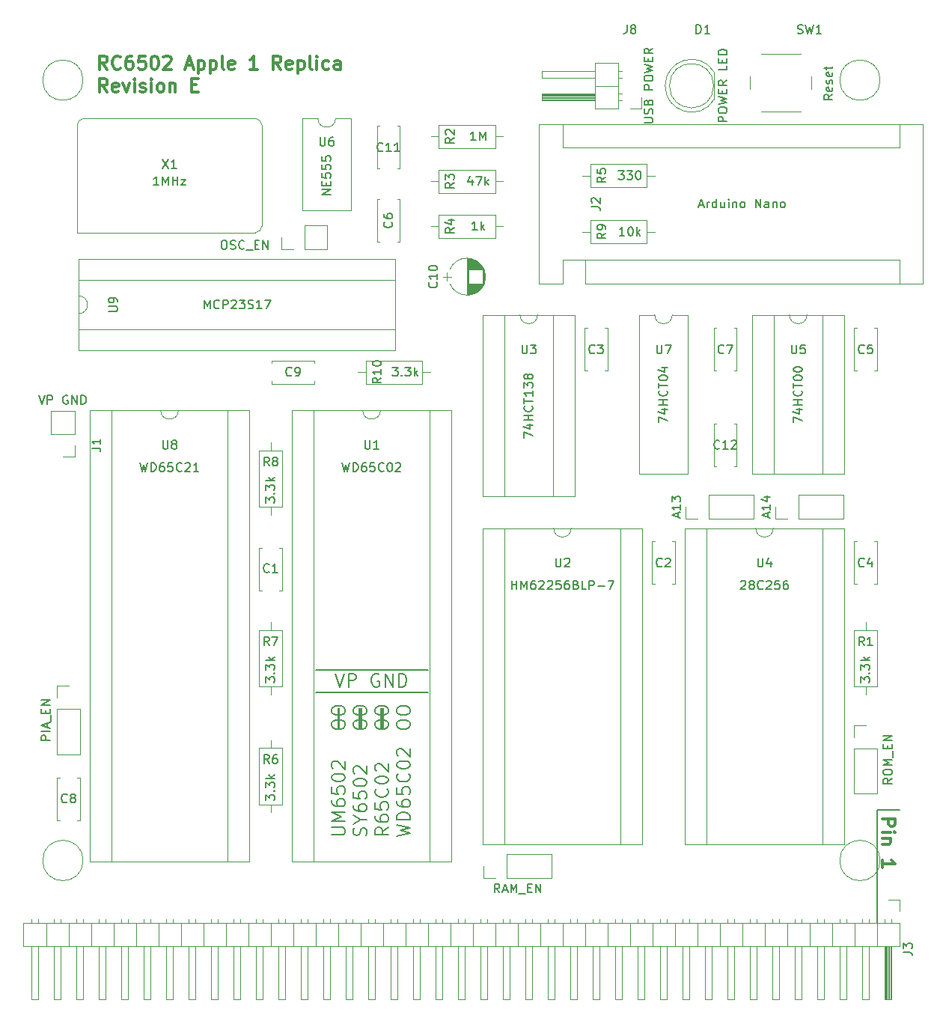
<source format=gto>
G04 #@! TF.FileFunction,Legend,Top*
%FSLAX46Y46*%
G04 Gerber Fmt 4.6, Leading zero omitted, Abs format (unit mm)*
G04 Created by KiCad (PCBNEW 4.0.7) date 02/09/19 14:23:46*
%MOMM*%
%LPD*%
G01*
G04 APERTURE LIST*
%ADD10C,0.100000*%
%ADD11C,0.200000*%
%ADD12C,0.300000*%
%ADD13C,0.150000*%
%ADD14C,0.120000*%
G04 APERTURE END LIST*
D10*
D11*
X149225000Y-110490000D02*
X161925000Y-110490000D01*
X149225000Y-113030000D02*
X161925000Y-113030000D01*
X154432000Y-117221000D02*
X154432000Y-114808000D01*
X156845000Y-117221000D02*
X156845000Y-114808000D01*
X156591000Y-115316000D02*
X156718000Y-115316000D01*
X156591000Y-117221000D02*
X156591000Y-114808000D01*
X156718000Y-117221000D02*
X156718000Y-114808000D01*
X154178000Y-114808000D02*
X154178000Y-117221000D01*
X154305000Y-117221000D02*
X154305000Y-114808000D01*
X151765000Y-114808000D02*
X151765000Y-117221000D01*
X151892000Y-114808000D02*
X151892000Y-117221000D01*
X151467857Y-110938571D02*
X151967857Y-112438571D01*
X152467857Y-110938571D01*
X152967857Y-112438571D02*
X152967857Y-110938571D01*
X153539285Y-110938571D01*
X153682143Y-111010000D01*
X153753571Y-111081429D01*
X153825000Y-111224286D01*
X153825000Y-111438571D01*
X153753571Y-111581429D01*
X153682143Y-111652857D01*
X153539285Y-111724286D01*
X152967857Y-111724286D01*
X156396428Y-111010000D02*
X156253571Y-110938571D01*
X156039285Y-110938571D01*
X155825000Y-111010000D01*
X155682142Y-111152857D01*
X155610714Y-111295714D01*
X155539285Y-111581429D01*
X155539285Y-111795714D01*
X155610714Y-112081429D01*
X155682142Y-112224286D01*
X155825000Y-112367143D01*
X156039285Y-112438571D01*
X156182142Y-112438571D01*
X156396428Y-112367143D01*
X156467857Y-112295714D01*
X156467857Y-111795714D01*
X156182142Y-111795714D01*
X157110714Y-112438571D02*
X157110714Y-110938571D01*
X157967857Y-112438571D01*
X157967857Y-110938571D01*
X158682143Y-112438571D02*
X158682143Y-110938571D01*
X159039286Y-110938571D01*
X159253571Y-111010000D01*
X159396429Y-111152857D01*
X159467857Y-111295714D01*
X159539286Y-111581429D01*
X159539286Y-111795714D01*
X159467857Y-112081429D01*
X159396429Y-112224286D01*
X159253571Y-112367143D01*
X159039286Y-112438571D01*
X158682143Y-112438571D01*
X151078571Y-116832143D02*
X151078571Y-116546429D01*
X151150000Y-116403571D01*
X151292857Y-116260714D01*
X151578571Y-116189286D01*
X152078571Y-116189286D01*
X152364286Y-116260714D01*
X152507143Y-116403571D01*
X152578571Y-116546429D01*
X152578571Y-116832143D01*
X152507143Y-116975000D01*
X152364286Y-117117857D01*
X152078571Y-117189286D01*
X151578571Y-117189286D01*
X151292857Y-117117857D01*
X151150000Y-116975000D01*
X151078571Y-116832143D01*
X151078571Y-115260714D02*
X151078571Y-114975000D01*
X151150000Y-114832142D01*
X151292857Y-114689285D01*
X151578571Y-114617857D01*
X152078571Y-114617857D01*
X152364286Y-114689285D01*
X152507143Y-114832142D01*
X152578571Y-114975000D01*
X152578571Y-115260714D01*
X152507143Y-115403571D01*
X152364286Y-115546428D01*
X152078571Y-115617857D01*
X151578571Y-115617857D01*
X151292857Y-115546428D01*
X151150000Y-115403571D01*
X151078571Y-115260714D01*
X153528571Y-116832143D02*
X153528571Y-116546429D01*
X153600000Y-116403571D01*
X153742857Y-116260714D01*
X154028571Y-116189286D01*
X154528571Y-116189286D01*
X154814286Y-116260714D01*
X154957143Y-116403571D01*
X155028571Y-116546429D01*
X155028571Y-116832143D01*
X154957143Y-116975000D01*
X154814286Y-117117857D01*
X154528571Y-117189286D01*
X154028571Y-117189286D01*
X153742857Y-117117857D01*
X153600000Y-116975000D01*
X153528571Y-116832143D01*
X153528571Y-115260714D02*
X153528571Y-114975000D01*
X153600000Y-114832142D01*
X153742857Y-114689285D01*
X154028571Y-114617857D01*
X154528571Y-114617857D01*
X154814286Y-114689285D01*
X154957143Y-114832142D01*
X155028571Y-114975000D01*
X155028571Y-115260714D01*
X154957143Y-115403571D01*
X154814286Y-115546428D01*
X154528571Y-115617857D01*
X154028571Y-115617857D01*
X153742857Y-115546428D01*
X153600000Y-115403571D01*
X153528571Y-115260714D01*
X155978571Y-116832143D02*
X155978571Y-116546429D01*
X156050000Y-116403571D01*
X156192857Y-116260714D01*
X156478571Y-116189286D01*
X156978571Y-116189286D01*
X157264286Y-116260714D01*
X157407143Y-116403571D01*
X157478571Y-116546429D01*
X157478571Y-116832143D01*
X157407143Y-116975000D01*
X157264286Y-117117857D01*
X156978571Y-117189286D01*
X156478571Y-117189286D01*
X156192857Y-117117857D01*
X156050000Y-116975000D01*
X155978571Y-116832143D01*
X155978571Y-115260714D02*
X155978571Y-114975000D01*
X156050000Y-114832142D01*
X156192857Y-114689285D01*
X156478571Y-114617857D01*
X156978571Y-114617857D01*
X157264286Y-114689285D01*
X157407143Y-114832142D01*
X157478571Y-114975000D01*
X157478571Y-115260714D01*
X157407143Y-115403571D01*
X157264286Y-115546428D01*
X156978571Y-115617857D01*
X156478571Y-115617857D01*
X156192857Y-115546428D01*
X156050000Y-115403571D01*
X155978571Y-115260714D01*
X158428571Y-116832143D02*
X158428571Y-116546429D01*
X158500000Y-116403571D01*
X158642857Y-116260714D01*
X158928571Y-116189286D01*
X159428571Y-116189286D01*
X159714286Y-116260714D01*
X159857143Y-116403571D01*
X159928571Y-116546429D01*
X159928571Y-116832143D01*
X159857143Y-116975000D01*
X159714286Y-117117857D01*
X159428571Y-117189286D01*
X158928571Y-117189286D01*
X158642857Y-117117857D01*
X158500000Y-116975000D01*
X158428571Y-116832143D01*
X158428571Y-115260714D02*
X158428571Y-114975000D01*
X158500000Y-114832142D01*
X158642857Y-114689285D01*
X158928571Y-114617857D01*
X159428571Y-114617857D01*
X159714286Y-114689285D01*
X159857143Y-114832142D01*
X159928571Y-114975000D01*
X159928571Y-115260714D01*
X159857143Y-115403571D01*
X159714286Y-115546428D01*
X159428571Y-115617857D01*
X158928571Y-115617857D01*
X158642857Y-115546428D01*
X158500000Y-115403571D01*
X158428571Y-115260714D01*
X151078571Y-129182857D02*
X152292857Y-129182857D01*
X152435714Y-129111429D01*
X152507143Y-129040000D01*
X152578571Y-128897143D01*
X152578571Y-128611429D01*
X152507143Y-128468571D01*
X152435714Y-128397143D01*
X152292857Y-128325714D01*
X151078571Y-128325714D01*
X152578571Y-127611428D02*
X151078571Y-127611428D01*
X152150000Y-127111428D01*
X151078571Y-126611428D01*
X152578571Y-126611428D01*
X151078571Y-125254285D02*
X151078571Y-125539999D01*
X151150000Y-125682856D01*
X151221429Y-125754285D01*
X151435714Y-125897142D01*
X151721429Y-125968571D01*
X152292857Y-125968571D01*
X152435714Y-125897142D01*
X152507143Y-125825714D01*
X152578571Y-125682856D01*
X152578571Y-125397142D01*
X152507143Y-125254285D01*
X152435714Y-125182856D01*
X152292857Y-125111428D01*
X151935714Y-125111428D01*
X151792857Y-125182856D01*
X151721429Y-125254285D01*
X151650000Y-125397142D01*
X151650000Y-125682856D01*
X151721429Y-125825714D01*
X151792857Y-125897142D01*
X151935714Y-125968571D01*
X151078571Y-123754285D02*
X151078571Y-124468571D01*
X151792857Y-124540000D01*
X151721429Y-124468571D01*
X151650000Y-124325714D01*
X151650000Y-123968571D01*
X151721429Y-123825714D01*
X151792857Y-123754285D01*
X151935714Y-123682857D01*
X152292857Y-123682857D01*
X152435714Y-123754285D01*
X152507143Y-123825714D01*
X152578571Y-123968571D01*
X152578571Y-124325714D01*
X152507143Y-124468571D01*
X152435714Y-124540000D01*
X151078571Y-122754286D02*
X151078571Y-122611429D01*
X151150000Y-122468572D01*
X151221429Y-122397143D01*
X151364286Y-122325714D01*
X151650000Y-122254286D01*
X152007143Y-122254286D01*
X152292857Y-122325714D01*
X152435714Y-122397143D01*
X152507143Y-122468572D01*
X152578571Y-122611429D01*
X152578571Y-122754286D01*
X152507143Y-122897143D01*
X152435714Y-122968572D01*
X152292857Y-123040000D01*
X152007143Y-123111429D01*
X151650000Y-123111429D01*
X151364286Y-123040000D01*
X151221429Y-122968572D01*
X151150000Y-122897143D01*
X151078571Y-122754286D01*
X151221429Y-121682858D02*
X151150000Y-121611429D01*
X151078571Y-121468572D01*
X151078571Y-121111429D01*
X151150000Y-120968572D01*
X151221429Y-120897143D01*
X151364286Y-120825715D01*
X151507143Y-120825715D01*
X151721429Y-120897143D01*
X152578571Y-121754286D01*
X152578571Y-120825715D01*
X154957143Y-129254286D02*
X155028571Y-129040000D01*
X155028571Y-128682857D01*
X154957143Y-128540000D01*
X154885714Y-128468571D01*
X154742857Y-128397143D01*
X154600000Y-128397143D01*
X154457143Y-128468571D01*
X154385714Y-128540000D01*
X154314286Y-128682857D01*
X154242857Y-128968571D01*
X154171429Y-129111429D01*
X154100000Y-129182857D01*
X153957143Y-129254286D01*
X153814286Y-129254286D01*
X153671429Y-129182857D01*
X153600000Y-129111429D01*
X153528571Y-128968571D01*
X153528571Y-128611429D01*
X153600000Y-128397143D01*
X154314286Y-127468572D02*
X155028571Y-127468572D01*
X153528571Y-127968572D02*
X154314286Y-127468572D01*
X153528571Y-126968572D01*
X153528571Y-125825715D02*
X153528571Y-126111429D01*
X153600000Y-126254286D01*
X153671429Y-126325715D01*
X153885714Y-126468572D01*
X154171429Y-126540001D01*
X154742857Y-126540001D01*
X154885714Y-126468572D01*
X154957143Y-126397144D01*
X155028571Y-126254286D01*
X155028571Y-125968572D01*
X154957143Y-125825715D01*
X154885714Y-125754286D01*
X154742857Y-125682858D01*
X154385714Y-125682858D01*
X154242857Y-125754286D01*
X154171429Y-125825715D01*
X154100000Y-125968572D01*
X154100000Y-126254286D01*
X154171429Y-126397144D01*
X154242857Y-126468572D01*
X154385714Y-126540001D01*
X153528571Y-124325715D02*
X153528571Y-125040001D01*
X154242857Y-125111430D01*
X154171429Y-125040001D01*
X154100000Y-124897144D01*
X154100000Y-124540001D01*
X154171429Y-124397144D01*
X154242857Y-124325715D01*
X154385714Y-124254287D01*
X154742857Y-124254287D01*
X154885714Y-124325715D01*
X154957143Y-124397144D01*
X155028571Y-124540001D01*
X155028571Y-124897144D01*
X154957143Y-125040001D01*
X154885714Y-125111430D01*
X153528571Y-123325716D02*
X153528571Y-123182859D01*
X153600000Y-123040002D01*
X153671429Y-122968573D01*
X153814286Y-122897144D01*
X154100000Y-122825716D01*
X154457143Y-122825716D01*
X154742857Y-122897144D01*
X154885714Y-122968573D01*
X154957143Y-123040002D01*
X155028571Y-123182859D01*
X155028571Y-123325716D01*
X154957143Y-123468573D01*
X154885714Y-123540002D01*
X154742857Y-123611430D01*
X154457143Y-123682859D01*
X154100000Y-123682859D01*
X153814286Y-123611430D01*
X153671429Y-123540002D01*
X153600000Y-123468573D01*
X153528571Y-123325716D01*
X153671429Y-122254288D02*
X153600000Y-122182859D01*
X153528571Y-122040002D01*
X153528571Y-121682859D01*
X153600000Y-121540002D01*
X153671429Y-121468573D01*
X153814286Y-121397145D01*
X153957143Y-121397145D01*
X154171429Y-121468573D01*
X155028571Y-122325716D01*
X155028571Y-121397145D01*
X157478571Y-128325714D02*
X156764286Y-128825714D01*
X157478571Y-129182857D02*
X155978571Y-129182857D01*
X155978571Y-128611429D01*
X156050000Y-128468571D01*
X156121429Y-128397143D01*
X156264286Y-128325714D01*
X156478571Y-128325714D01*
X156621429Y-128397143D01*
X156692857Y-128468571D01*
X156764286Y-128611429D01*
X156764286Y-129182857D01*
X155978571Y-127040000D02*
X155978571Y-127325714D01*
X156050000Y-127468571D01*
X156121429Y-127540000D01*
X156335714Y-127682857D01*
X156621429Y-127754286D01*
X157192857Y-127754286D01*
X157335714Y-127682857D01*
X157407143Y-127611429D01*
X157478571Y-127468571D01*
X157478571Y-127182857D01*
X157407143Y-127040000D01*
X157335714Y-126968571D01*
X157192857Y-126897143D01*
X156835714Y-126897143D01*
X156692857Y-126968571D01*
X156621429Y-127040000D01*
X156550000Y-127182857D01*
X156550000Y-127468571D01*
X156621429Y-127611429D01*
X156692857Y-127682857D01*
X156835714Y-127754286D01*
X155978571Y-125540000D02*
X155978571Y-126254286D01*
X156692857Y-126325715D01*
X156621429Y-126254286D01*
X156550000Y-126111429D01*
X156550000Y-125754286D01*
X156621429Y-125611429D01*
X156692857Y-125540000D01*
X156835714Y-125468572D01*
X157192857Y-125468572D01*
X157335714Y-125540000D01*
X157407143Y-125611429D01*
X157478571Y-125754286D01*
X157478571Y-126111429D01*
X157407143Y-126254286D01*
X157335714Y-126325715D01*
X157335714Y-123968572D02*
X157407143Y-124040001D01*
X157478571Y-124254287D01*
X157478571Y-124397144D01*
X157407143Y-124611429D01*
X157264286Y-124754287D01*
X157121429Y-124825715D01*
X156835714Y-124897144D01*
X156621429Y-124897144D01*
X156335714Y-124825715D01*
X156192857Y-124754287D01*
X156050000Y-124611429D01*
X155978571Y-124397144D01*
X155978571Y-124254287D01*
X156050000Y-124040001D01*
X156121429Y-123968572D01*
X155978571Y-123040001D02*
X155978571Y-122897144D01*
X156050000Y-122754287D01*
X156121429Y-122682858D01*
X156264286Y-122611429D01*
X156550000Y-122540001D01*
X156907143Y-122540001D01*
X157192857Y-122611429D01*
X157335714Y-122682858D01*
X157407143Y-122754287D01*
X157478571Y-122897144D01*
X157478571Y-123040001D01*
X157407143Y-123182858D01*
X157335714Y-123254287D01*
X157192857Y-123325715D01*
X156907143Y-123397144D01*
X156550000Y-123397144D01*
X156264286Y-123325715D01*
X156121429Y-123254287D01*
X156050000Y-123182858D01*
X155978571Y-123040001D01*
X156121429Y-121968573D02*
X156050000Y-121897144D01*
X155978571Y-121754287D01*
X155978571Y-121397144D01*
X156050000Y-121254287D01*
X156121429Y-121182858D01*
X156264286Y-121111430D01*
X156407143Y-121111430D01*
X156621429Y-121182858D01*
X157478571Y-122040001D01*
X157478571Y-121111430D01*
X158428571Y-129325714D02*
X159928571Y-128968571D01*
X158857143Y-128682857D01*
X159928571Y-128397143D01*
X158428571Y-128040000D01*
X159928571Y-127468571D02*
X158428571Y-127468571D01*
X158428571Y-127111428D01*
X158500000Y-126897143D01*
X158642857Y-126754285D01*
X158785714Y-126682857D01*
X159071429Y-126611428D01*
X159285714Y-126611428D01*
X159571429Y-126682857D01*
X159714286Y-126754285D01*
X159857143Y-126897143D01*
X159928571Y-127111428D01*
X159928571Y-127468571D01*
X158428571Y-125325714D02*
X158428571Y-125611428D01*
X158500000Y-125754285D01*
X158571429Y-125825714D01*
X158785714Y-125968571D01*
X159071429Y-126040000D01*
X159642857Y-126040000D01*
X159785714Y-125968571D01*
X159857143Y-125897143D01*
X159928571Y-125754285D01*
X159928571Y-125468571D01*
X159857143Y-125325714D01*
X159785714Y-125254285D01*
X159642857Y-125182857D01*
X159285714Y-125182857D01*
X159142857Y-125254285D01*
X159071429Y-125325714D01*
X159000000Y-125468571D01*
X159000000Y-125754285D01*
X159071429Y-125897143D01*
X159142857Y-125968571D01*
X159285714Y-126040000D01*
X158428571Y-123825714D02*
X158428571Y-124540000D01*
X159142857Y-124611429D01*
X159071429Y-124540000D01*
X159000000Y-124397143D01*
X159000000Y-124040000D01*
X159071429Y-123897143D01*
X159142857Y-123825714D01*
X159285714Y-123754286D01*
X159642857Y-123754286D01*
X159785714Y-123825714D01*
X159857143Y-123897143D01*
X159928571Y-124040000D01*
X159928571Y-124397143D01*
X159857143Y-124540000D01*
X159785714Y-124611429D01*
X159785714Y-122254286D02*
X159857143Y-122325715D01*
X159928571Y-122540001D01*
X159928571Y-122682858D01*
X159857143Y-122897143D01*
X159714286Y-123040001D01*
X159571429Y-123111429D01*
X159285714Y-123182858D01*
X159071429Y-123182858D01*
X158785714Y-123111429D01*
X158642857Y-123040001D01*
X158500000Y-122897143D01*
X158428571Y-122682858D01*
X158428571Y-122540001D01*
X158500000Y-122325715D01*
X158571429Y-122254286D01*
X158428571Y-121325715D02*
X158428571Y-121182858D01*
X158500000Y-121040001D01*
X158571429Y-120968572D01*
X158714286Y-120897143D01*
X159000000Y-120825715D01*
X159357143Y-120825715D01*
X159642857Y-120897143D01*
X159785714Y-120968572D01*
X159857143Y-121040001D01*
X159928571Y-121182858D01*
X159928571Y-121325715D01*
X159857143Y-121468572D01*
X159785714Y-121540001D01*
X159642857Y-121611429D01*
X159357143Y-121682858D01*
X159000000Y-121682858D01*
X158714286Y-121611429D01*
X158571429Y-121540001D01*
X158500000Y-121468572D01*
X158428571Y-121325715D01*
X158571429Y-120254287D02*
X158500000Y-120182858D01*
X158428571Y-120040001D01*
X158428571Y-119682858D01*
X158500000Y-119540001D01*
X158571429Y-119468572D01*
X158714286Y-119397144D01*
X158857143Y-119397144D01*
X159071429Y-119468572D01*
X159928571Y-120325715D01*
X159928571Y-119397144D01*
D12*
X213316429Y-127357143D02*
X214816429Y-127357143D01*
X214816429Y-127928571D01*
X214745000Y-128071429D01*
X214673571Y-128142857D01*
X214530714Y-128214286D01*
X214316429Y-128214286D01*
X214173571Y-128142857D01*
X214102143Y-128071429D01*
X214030714Y-127928571D01*
X214030714Y-127357143D01*
X213316429Y-128857143D02*
X214316429Y-128857143D01*
X214816429Y-128857143D02*
X214745000Y-128785714D01*
X214673571Y-128857143D01*
X214745000Y-128928571D01*
X214816429Y-128857143D01*
X214673571Y-128857143D01*
X214316429Y-129571429D02*
X213316429Y-129571429D01*
X214173571Y-129571429D02*
X214245000Y-129642857D01*
X214316429Y-129785715D01*
X214316429Y-130000000D01*
X214245000Y-130142857D01*
X214102143Y-130214286D01*
X213316429Y-130214286D01*
X213316429Y-132857143D02*
X213316429Y-132000000D01*
X213316429Y-132428572D02*
X214816429Y-132428572D01*
X214602143Y-132285715D01*
X214459286Y-132142857D01*
X214387857Y-132000000D01*
D11*
X212725000Y-126365000D02*
X215265000Y-126365000D01*
X212725000Y-139065000D02*
X212725000Y-126365000D01*
D13*
X186396381Y-48640476D02*
X187205905Y-48640476D01*
X187301143Y-48592857D01*
X187348762Y-48545238D01*
X187396381Y-48450000D01*
X187396381Y-48259523D01*
X187348762Y-48164285D01*
X187301143Y-48116666D01*
X187205905Y-48069047D01*
X186396381Y-48069047D01*
X187348762Y-47640476D02*
X187396381Y-47497619D01*
X187396381Y-47259523D01*
X187348762Y-47164285D01*
X187301143Y-47116666D01*
X187205905Y-47069047D01*
X187110667Y-47069047D01*
X187015429Y-47116666D01*
X186967810Y-47164285D01*
X186920190Y-47259523D01*
X186872571Y-47450000D01*
X186824952Y-47545238D01*
X186777333Y-47592857D01*
X186682095Y-47640476D01*
X186586857Y-47640476D01*
X186491619Y-47592857D01*
X186444000Y-47545238D01*
X186396381Y-47450000D01*
X186396381Y-47211904D01*
X186444000Y-47069047D01*
X186872571Y-46307142D02*
X186920190Y-46164285D01*
X186967810Y-46116666D01*
X187063048Y-46069047D01*
X187205905Y-46069047D01*
X187301143Y-46116666D01*
X187348762Y-46164285D01*
X187396381Y-46259523D01*
X187396381Y-46640476D01*
X186396381Y-46640476D01*
X186396381Y-46307142D01*
X186444000Y-46211904D01*
X186491619Y-46164285D01*
X186586857Y-46116666D01*
X186682095Y-46116666D01*
X186777333Y-46164285D01*
X186824952Y-46211904D01*
X186872571Y-46307142D01*
X186872571Y-46640476D01*
X187396381Y-44878571D02*
X186396381Y-44878571D01*
X186396381Y-44497618D01*
X186444000Y-44402380D01*
X186491619Y-44354761D01*
X186586857Y-44307142D01*
X186729714Y-44307142D01*
X186824952Y-44354761D01*
X186872571Y-44402380D01*
X186920190Y-44497618D01*
X186920190Y-44878571D01*
X186396381Y-43688095D02*
X186396381Y-43497618D01*
X186444000Y-43402380D01*
X186539238Y-43307142D01*
X186729714Y-43259523D01*
X187063048Y-43259523D01*
X187253524Y-43307142D01*
X187348762Y-43402380D01*
X187396381Y-43497618D01*
X187396381Y-43688095D01*
X187348762Y-43783333D01*
X187253524Y-43878571D01*
X187063048Y-43926190D01*
X186729714Y-43926190D01*
X186539238Y-43878571D01*
X186444000Y-43783333D01*
X186396381Y-43688095D01*
X186396381Y-42926190D02*
X187396381Y-42688095D01*
X186682095Y-42497618D01*
X187396381Y-42307142D01*
X186396381Y-42069047D01*
X186872571Y-41688095D02*
X186872571Y-41354761D01*
X187396381Y-41211904D02*
X187396381Y-41688095D01*
X186396381Y-41688095D01*
X186396381Y-41211904D01*
X187396381Y-40211904D02*
X186920190Y-40545238D01*
X187396381Y-40783333D02*
X186396381Y-40783333D01*
X186396381Y-40402380D01*
X186444000Y-40307142D01*
X186491619Y-40259523D01*
X186586857Y-40211904D01*
X186729714Y-40211904D01*
X186824952Y-40259523D01*
X186872571Y-40307142D01*
X186920190Y-40402380D01*
X186920190Y-40783333D01*
X195778381Y-48497619D02*
X194778381Y-48497619D01*
X194778381Y-48116666D01*
X194826000Y-48021428D01*
X194873619Y-47973809D01*
X194968857Y-47926190D01*
X195111714Y-47926190D01*
X195206952Y-47973809D01*
X195254571Y-48021428D01*
X195302190Y-48116666D01*
X195302190Y-48497619D01*
X194778381Y-47307143D02*
X194778381Y-47116666D01*
X194826000Y-47021428D01*
X194921238Y-46926190D01*
X195111714Y-46878571D01*
X195445048Y-46878571D01*
X195635524Y-46926190D01*
X195730762Y-47021428D01*
X195778381Y-47116666D01*
X195778381Y-47307143D01*
X195730762Y-47402381D01*
X195635524Y-47497619D01*
X195445048Y-47545238D01*
X195111714Y-47545238D01*
X194921238Y-47497619D01*
X194826000Y-47402381D01*
X194778381Y-47307143D01*
X194778381Y-46545238D02*
X195778381Y-46307143D01*
X195064095Y-46116666D01*
X195778381Y-45926190D01*
X194778381Y-45688095D01*
X195254571Y-45307143D02*
X195254571Y-44973809D01*
X195778381Y-44830952D02*
X195778381Y-45307143D01*
X194778381Y-45307143D01*
X194778381Y-44830952D01*
X195778381Y-43830952D02*
X195302190Y-44164286D01*
X195778381Y-44402381D02*
X194778381Y-44402381D01*
X194778381Y-44021428D01*
X194826000Y-43926190D01*
X194873619Y-43878571D01*
X194968857Y-43830952D01*
X195111714Y-43830952D01*
X195206952Y-43878571D01*
X195254571Y-43926190D01*
X195302190Y-44021428D01*
X195302190Y-44402381D01*
X195778381Y-42164285D02*
X195778381Y-42640476D01*
X194778381Y-42640476D01*
X195254571Y-41830952D02*
X195254571Y-41497618D01*
X195778381Y-41354761D02*
X195778381Y-41830952D01*
X194778381Y-41830952D01*
X194778381Y-41354761D01*
X195778381Y-40926190D02*
X194778381Y-40926190D01*
X194778381Y-40688095D01*
X194826000Y-40545237D01*
X194921238Y-40449999D01*
X195016476Y-40402380D01*
X195206952Y-40354761D01*
X195349810Y-40354761D01*
X195540286Y-40402380D01*
X195635524Y-40449999D01*
X195730762Y-40545237D01*
X195778381Y-40688095D01*
X195778381Y-40926190D01*
X207716381Y-45434095D02*
X207240190Y-45767429D01*
X207716381Y-46005524D02*
X206716381Y-46005524D01*
X206716381Y-45624571D01*
X206764000Y-45529333D01*
X206811619Y-45481714D01*
X206906857Y-45434095D01*
X207049714Y-45434095D01*
X207144952Y-45481714D01*
X207192571Y-45529333D01*
X207240190Y-45624571D01*
X207240190Y-46005524D01*
X207668762Y-44624571D02*
X207716381Y-44719809D01*
X207716381Y-44910286D01*
X207668762Y-45005524D01*
X207573524Y-45053143D01*
X207192571Y-45053143D01*
X207097333Y-45005524D01*
X207049714Y-44910286D01*
X207049714Y-44719809D01*
X207097333Y-44624571D01*
X207192571Y-44576952D01*
X207287810Y-44576952D01*
X207383048Y-45053143D01*
X207668762Y-44196000D02*
X207716381Y-44100762D01*
X207716381Y-43910286D01*
X207668762Y-43815047D01*
X207573524Y-43767428D01*
X207525905Y-43767428D01*
X207430667Y-43815047D01*
X207383048Y-43910286D01*
X207383048Y-44053143D01*
X207335429Y-44148381D01*
X207240190Y-44196000D01*
X207192571Y-44196000D01*
X207097333Y-44148381D01*
X207049714Y-44053143D01*
X207049714Y-43910286D01*
X207097333Y-43815047D01*
X207668762Y-42957904D02*
X207716381Y-43053142D01*
X207716381Y-43243619D01*
X207668762Y-43338857D01*
X207573524Y-43386476D01*
X207192571Y-43386476D01*
X207097333Y-43338857D01*
X207049714Y-43243619D01*
X207049714Y-43053142D01*
X207097333Y-42957904D01*
X207192571Y-42910285D01*
X207287810Y-42910285D01*
X207383048Y-43386476D01*
X207049714Y-42624571D02*
X207049714Y-42243619D01*
X206716381Y-42481714D02*
X207573524Y-42481714D01*
X207668762Y-42434095D01*
X207716381Y-42338857D01*
X207716381Y-42243619D01*
D12*
X125674286Y-42583571D02*
X125174286Y-41869286D01*
X124817143Y-42583571D02*
X124817143Y-41083571D01*
X125388571Y-41083571D01*
X125531429Y-41155000D01*
X125602857Y-41226429D01*
X125674286Y-41369286D01*
X125674286Y-41583571D01*
X125602857Y-41726429D01*
X125531429Y-41797857D01*
X125388571Y-41869286D01*
X124817143Y-41869286D01*
X127174286Y-42440714D02*
X127102857Y-42512143D01*
X126888571Y-42583571D01*
X126745714Y-42583571D01*
X126531429Y-42512143D01*
X126388571Y-42369286D01*
X126317143Y-42226429D01*
X126245714Y-41940714D01*
X126245714Y-41726429D01*
X126317143Y-41440714D01*
X126388571Y-41297857D01*
X126531429Y-41155000D01*
X126745714Y-41083571D01*
X126888571Y-41083571D01*
X127102857Y-41155000D01*
X127174286Y-41226429D01*
X128460000Y-41083571D02*
X128174286Y-41083571D01*
X128031429Y-41155000D01*
X127960000Y-41226429D01*
X127817143Y-41440714D01*
X127745714Y-41726429D01*
X127745714Y-42297857D01*
X127817143Y-42440714D01*
X127888571Y-42512143D01*
X128031429Y-42583571D01*
X128317143Y-42583571D01*
X128460000Y-42512143D01*
X128531429Y-42440714D01*
X128602857Y-42297857D01*
X128602857Y-41940714D01*
X128531429Y-41797857D01*
X128460000Y-41726429D01*
X128317143Y-41655000D01*
X128031429Y-41655000D01*
X127888571Y-41726429D01*
X127817143Y-41797857D01*
X127745714Y-41940714D01*
X129960000Y-41083571D02*
X129245714Y-41083571D01*
X129174285Y-41797857D01*
X129245714Y-41726429D01*
X129388571Y-41655000D01*
X129745714Y-41655000D01*
X129888571Y-41726429D01*
X129960000Y-41797857D01*
X130031428Y-41940714D01*
X130031428Y-42297857D01*
X129960000Y-42440714D01*
X129888571Y-42512143D01*
X129745714Y-42583571D01*
X129388571Y-42583571D01*
X129245714Y-42512143D01*
X129174285Y-42440714D01*
X130959999Y-41083571D02*
X131102856Y-41083571D01*
X131245713Y-41155000D01*
X131317142Y-41226429D01*
X131388571Y-41369286D01*
X131459999Y-41655000D01*
X131459999Y-42012143D01*
X131388571Y-42297857D01*
X131317142Y-42440714D01*
X131245713Y-42512143D01*
X131102856Y-42583571D01*
X130959999Y-42583571D01*
X130817142Y-42512143D01*
X130745713Y-42440714D01*
X130674285Y-42297857D01*
X130602856Y-42012143D01*
X130602856Y-41655000D01*
X130674285Y-41369286D01*
X130745713Y-41226429D01*
X130817142Y-41155000D01*
X130959999Y-41083571D01*
X132031427Y-41226429D02*
X132102856Y-41155000D01*
X132245713Y-41083571D01*
X132602856Y-41083571D01*
X132745713Y-41155000D01*
X132817142Y-41226429D01*
X132888570Y-41369286D01*
X132888570Y-41512143D01*
X132817142Y-41726429D01*
X131959999Y-42583571D01*
X132888570Y-42583571D01*
X134602855Y-42155000D02*
X135317141Y-42155000D01*
X134459998Y-42583571D02*
X134959998Y-41083571D01*
X135459998Y-42583571D01*
X135959998Y-41583571D02*
X135959998Y-43083571D01*
X135959998Y-41655000D02*
X136102855Y-41583571D01*
X136388569Y-41583571D01*
X136531426Y-41655000D01*
X136602855Y-41726429D01*
X136674284Y-41869286D01*
X136674284Y-42297857D01*
X136602855Y-42440714D01*
X136531426Y-42512143D01*
X136388569Y-42583571D01*
X136102855Y-42583571D01*
X135959998Y-42512143D01*
X137317141Y-41583571D02*
X137317141Y-43083571D01*
X137317141Y-41655000D02*
X137459998Y-41583571D01*
X137745712Y-41583571D01*
X137888569Y-41655000D01*
X137959998Y-41726429D01*
X138031427Y-41869286D01*
X138031427Y-42297857D01*
X137959998Y-42440714D01*
X137888569Y-42512143D01*
X137745712Y-42583571D01*
X137459998Y-42583571D01*
X137317141Y-42512143D01*
X138888570Y-42583571D02*
X138745712Y-42512143D01*
X138674284Y-42369286D01*
X138674284Y-41083571D01*
X140031426Y-42512143D02*
X139888569Y-42583571D01*
X139602855Y-42583571D01*
X139459998Y-42512143D01*
X139388569Y-42369286D01*
X139388569Y-41797857D01*
X139459998Y-41655000D01*
X139602855Y-41583571D01*
X139888569Y-41583571D01*
X140031426Y-41655000D01*
X140102855Y-41797857D01*
X140102855Y-41940714D01*
X139388569Y-42083571D01*
X142674283Y-42583571D02*
X141817140Y-42583571D01*
X142245712Y-42583571D02*
X142245712Y-41083571D01*
X142102855Y-41297857D01*
X141959997Y-41440714D01*
X141817140Y-41512143D01*
X145317140Y-42583571D02*
X144817140Y-41869286D01*
X144459997Y-42583571D02*
X144459997Y-41083571D01*
X145031425Y-41083571D01*
X145174283Y-41155000D01*
X145245711Y-41226429D01*
X145317140Y-41369286D01*
X145317140Y-41583571D01*
X145245711Y-41726429D01*
X145174283Y-41797857D01*
X145031425Y-41869286D01*
X144459997Y-41869286D01*
X146531425Y-42512143D02*
X146388568Y-42583571D01*
X146102854Y-42583571D01*
X145959997Y-42512143D01*
X145888568Y-42369286D01*
X145888568Y-41797857D01*
X145959997Y-41655000D01*
X146102854Y-41583571D01*
X146388568Y-41583571D01*
X146531425Y-41655000D01*
X146602854Y-41797857D01*
X146602854Y-41940714D01*
X145888568Y-42083571D01*
X147245711Y-41583571D02*
X147245711Y-43083571D01*
X147245711Y-41655000D02*
X147388568Y-41583571D01*
X147674282Y-41583571D01*
X147817139Y-41655000D01*
X147888568Y-41726429D01*
X147959997Y-41869286D01*
X147959997Y-42297857D01*
X147888568Y-42440714D01*
X147817139Y-42512143D01*
X147674282Y-42583571D01*
X147388568Y-42583571D01*
X147245711Y-42512143D01*
X148817140Y-42583571D02*
X148674282Y-42512143D01*
X148602854Y-42369286D01*
X148602854Y-41083571D01*
X149388568Y-42583571D02*
X149388568Y-41583571D01*
X149388568Y-41083571D02*
X149317139Y-41155000D01*
X149388568Y-41226429D01*
X149459996Y-41155000D01*
X149388568Y-41083571D01*
X149388568Y-41226429D01*
X150745711Y-42512143D02*
X150602854Y-42583571D01*
X150317140Y-42583571D01*
X150174282Y-42512143D01*
X150102854Y-42440714D01*
X150031425Y-42297857D01*
X150031425Y-41869286D01*
X150102854Y-41726429D01*
X150174282Y-41655000D01*
X150317140Y-41583571D01*
X150602854Y-41583571D01*
X150745711Y-41655000D01*
X152031425Y-42583571D02*
X152031425Y-41797857D01*
X151959996Y-41655000D01*
X151817139Y-41583571D01*
X151531425Y-41583571D01*
X151388568Y-41655000D01*
X152031425Y-42512143D02*
X151888568Y-42583571D01*
X151531425Y-42583571D01*
X151388568Y-42512143D01*
X151317139Y-42369286D01*
X151317139Y-42226429D01*
X151388568Y-42083571D01*
X151531425Y-42012143D01*
X151888568Y-42012143D01*
X152031425Y-41940714D01*
X125674286Y-45133571D02*
X125174286Y-44419286D01*
X124817143Y-45133571D02*
X124817143Y-43633571D01*
X125388571Y-43633571D01*
X125531429Y-43705000D01*
X125602857Y-43776429D01*
X125674286Y-43919286D01*
X125674286Y-44133571D01*
X125602857Y-44276429D01*
X125531429Y-44347857D01*
X125388571Y-44419286D01*
X124817143Y-44419286D01*
X126888571Y-45062143D02*
X126745714Y-45133571D01*
X126460000Y-45133571D01*
X126317143Y-45062143D01*
X126245714Y-44919286D01*
X126245714Y-44347857D01*
X126317143Y-44205000D01*
X126460000Y-44133571D01*
X126745714Y-44133571D01*
X126888571Y-44205000D01*
X126960000Y-44347857D01*
X126960000Y-44490714D01*
X126245714Y-44633571D01*
X127460000Y-44133571D02*
X127817143Y-45133571D01*
X128174285Y-44133571D01*
X128745714Y-45133571D02*
X128745714Y-44133571D01*
X128745714Y-43633571D02*
X128674285Y-43705000D01*
X128745714Y-43776429D01*
X128817142Y-43705000D01*
X128745714Y-43633571D01*
X128745714Y-43776429D01*
X129388571Y-45062143D02*
X129531428Y-45133571D01*
X129817143Y-45133571D01*
X129960000Y-45062143D01*
X130031428Y-44919286D01*
X130031428Y-44847857D01*
X129960000Y-44705000D01*
X129817143Y-44633571D01*
X129602857Y-44633571D01*
X129460000Y-44562143D01*
X129388571Y-44419286D01*
X129388571Y-44347857D01*
X129460000Y-44205000D01*
X129602857Y-44133571D01*
X129817143Y-44133571D01*
X129960000Y-44205000D01*
X130674286Y-45133571D02*
X130674286Y-44133571D01*
X130674286Y-43633571D02*
X130602857Y-43705000D01*
X130674286Y-43776429D01*
X130745714Y-43705000D01*
X130674286Y-43633571D01*
X130674286Y-43776429D01*
X131602858Y-45133571D02*
X131460000Y-45062143D01*
X131388572Y-44990714D01*
X131317143Y-44847857D01*
X131317143Y-44419286D01*
X131388572Y-44276429D01*
X131460000Y-44205000D01*
X131602858Y-44133571D01*
X131817143Y-44133571D01*
X131960000Y-44205000D01*
X132031429Y-44276429D01*
X132102858Y-44419286D01*
X132102858Y-44847857D01*
X132031429Y-44990714D01*
X131960000Y-45062143D01*
X131817143Y-45133571D01*
X131602858Y-45133571D01*
X132745715Y-44133571D02*
X132745715Y-45133571D01*
X132745715Y-44276429D02*
X132817143Y-44205000D01*
X132960001Y-44133571D01*
X133174286Y-44133571D01*
X133317143Y-44205000D01*
X133388572Y-44347857D01*
X133388572Y-45133571D01*
X135245715Y-44347857D02*
X135745715Y-44347857D01*
X135960001Y-45133571D02*
X135245715Y-45133571D01*
X135245715Y-43633571D01*
X135960001Y-43633571D01*
D14*
X154575000Y-81160000D02*
X148995000Y-81160000D01*
X148995000Y-81160000D02*
X148995000Y-132200000D01*
X148995000Y-132200000D02*
X162155000Y-132200000D01*
X162155000Y-132200000D02*
X162155000Y-81160000D01*
X162155000Y-81160000D02*
X156575000Y-81160000D01*
X146565000Y-81160000D02*
X146565000Y-132200000D01*
X146565000Y-132200000D02*
X164585000Y-132200000D01*
X164585000Y-132200000D02*
X164585000Y-81160000D01*
X164585000Y-81160000D02*
X146565000Y-81160000D01*
X156575000Y-81160000D02*
G75*
G02X154575000Y-81160000I-1000000J0D01*
G01*
X142835000Y-101510000D02*
X142835000Y-96690000D01*
X145455000Y-101510000D02*
X145455000Y-96690000D01*
X142835000Y-101510000D02*
X143149000Y-101510000D01*
X145141000Y-101510000D02*
X145455000Y-101510000D01*
X142835000Y-96690000D02*
X143149000Y-96690000D01*
X145141000Y-96690000D02*
X145455000Y-96690000D01*
X189905000Y-95975000D02*
X189905000Y-100795000D01*
X187285000Y-95975000D02*
X187285000Y-100795000D01*
X189905000Y-95975000D02*
X189591000Y-95975000D01*
X187599000Y-95975000D02*
X187285000Y-95975000D01*
X189905000Y-100795000D02*
X189591000Y-100795000D01*
X187599000Y-100795000D02*
X187285000Y-100795000D01*
X212765000Y-95975000D02*
X212765000Y-100795000D01*
X210145000Y-95975000D02*
X210145000Y-100795000D01*
X212765000Y-95975000D02*
X212451000Y-95975000D01*
X210459000Y-95975000D02*
X210145000Y-95975000D01*
X212765000Y-100795000D02*
X212451000Y-100795000D01*
X210459000Y-100795000D02*
X210145000Y-100795000D01*
X212765000Y-71845000D02*
X212765000Y-76665000D01*
X210145000Y-71845000D02*
X210145000Y-76665000D01*
X212765000Y-71845000D02*
X212451000Y-71845000D01*
X210459000Y-71845000D02*
X210145000Y-71845000D01*
X212765000Y-76665000D02*
X212451000Y-76665000D01*
X210459000Y-76665000D02*
X210145000Y-76665000D01*
X158790000Y-57240000D02*
X158790000Y-62060000D01*
X156170000Y-57240000D02*
X156170000Y-62060000D01*
X158790000Y-57240000D02*
X158476000Y-57240000D01*
X156484000Y-57240000D02*
X156170000Y-57240000D01*
X158790000Y-62060000D02*
X158476000Y-62060000D01*
X156484000Y-62060000D02*
X156170000Y-62060000D01*
X196890000Y-71845000D02*
X196890000Y-76665000D01*
X194270000Y-71845000D02*
X194270000Y-76665000D01*
X196890000Y-71845000D02*
X196576000Y-71845000D01*
X194584000Y-71845000D02*
X194270000Y-71845000D01*
X196890000Y-76665000D02*
X196576000Y-76665000D01*
X194584000Y-76665000D02*
X194270000Y-76665000D01*
X119975000Y-127545000D02*
X119975000Y-122725000D01*
X122595000Y-127545000D02*
X122595000Y-122725000D01*
X119975000Y-127545000D02*
X120289000Y-127545000D01*
X122281000Y-127545000D02*
X122595000Y-127545000D01*
X119975000Y-122725000D02*
X120289000Y-122725000D01*
X122281000Y-122725000D02*
X122595000Y-122725000D01*
X144235000Y-75525000D02*
X149055000Y-75525000D01*
X144235000Y-78145000D02*
X149055000Y-78145000D01*
X144235000Y-75525000D02*
X144235000Y-75839000D01*
X144235000Y-77831000D02*
X144235000Y-78145000D01*
X149055000Y-75525000D02*
X149055000Y-75839000D01*
X149055000Y-77831000D02*
X149055000Y-78145000D01*
X158790000Y-48985000D02*
X158790000Y-53805000D01*
X156170000Y-48985000D02*
X156170000Y-53805000D01*
X158790000Y-48985000D02*
X158476000Y-48985000D01*
X156484000Y-48985000D02*
X156170000Y-48985000D01*
X158790000Y-53805000D02*
X158476000Y-53805000D01*
X156484000Y-53805000D02*
X156170000Y-53805000D01*
X179705000Y-64135000D02*
X177165000Y-64135000D01*
X177165000Y-64135000D02*
X177165000Y-66805000D01*
X179705000Y-66805000D02*
X217935000Y-66805000D01*
X174495000Y-66805000D02*
X177165000Y-66805000D01*
X177165000Y-51435000D02*
X177165000Y-48765000D01*
X177165000Y-51435000D02*
X215265000Y-51435000D01*
X215265000Y-51435000D02*
X215265000Y-48765000D01*
X179705000Y-64135000D02*
X179705000Y-66805000D01*
X179705000Y-64135000D02*
X215265000Y-64135000D01*
X215265000Y-64135000D02*
X215265000Y-66805000D01*
X217935000Y-66805000D02*
X217935000Y-48765000D01*
X217935000Y-48765000D02*
X174495000Y-48765000D01*
X174495000Y-48765000D02*
X174495000Y-66805000D01*
X215325000Y-139135000D02*
X212725000Y-139135000D01*
X212725000Y-139135000D02*
X212725000Y-141755000D01*
X212725000Y-141755000D02*
X215325000Y-141755000D01*
X215325000Y-141755000D02*
X215325000Y-139135000D01*
X214375000Y-141755000D02*
X213615000Y-141755000D01*
X213615000Y-141755000D02*
X213615000Y-147755000D01*
X213615000Y-147755000D02*
X214375000Y-147755000D01*
X214375000Y-147755000D02*
X214375000Y-141755000D01*
X214375000Y-138705000D02*
X214375000Y-139135000D01*
X213615000Y-138705000D02*
X213615000Y-139135000D01*
X214255000Y-141755000D02*
X214255000Y-147755000D01*
X214135000Y-141755000D02*
X214135000Y-147755000D01*
X214015000Y-141755000D02*
X214015000Y-147755000D01*
X213895000Y-141755000D02*
X213895000Y-147755000D01*
X213775000Y-141755000D02*
X213775000Y-147755000D01*
X213655000Y-141755000D02*
X213655000Y-147755000D01*
X212725000Y-139135000D02*
X210185000Y-139135000D01*
X210185000Y-139135000D02*
X210185000Y-141755000D01*
X210185000Y-141755000D02*
X212725000Y-141755000D01*
X212725000Y-141755000D02*
X212725000Y-139135000D01*
X211835000Y-141755000D02*
X211075000Y-141755000D01*
X211075000Y-141755000D02*
X211075000Y-147755000D01*
X211075000Y-147755000D02*
X211835000Y-147755000D01*
X211835000Y-147755000D02*
X211835000Y-141755000D01*
X211835000Y-138705000D02*
X211835000Y-139135000D01*
X211075000Y-138705000D02*
X211075000Y-139135000D01*
X210185000Y-139135000D02*
X207645000Y-139135000D01*
X207645000Y-139135000D02*
X207645000Y-141755000D01*
X207645000Y-141755000D02*
X210185000Y-141755000D01*
X210185000Y-141755000D02*
X210185000Y-139135000D01*
X209295000Y-141755000D02*
X208535000Y-141755000D01*
X208535000Y-141755000D02*
X208535000Y-147755000D01*
X208535000Y-147755000D02*
X209295000Y-147755000D01*
X209295000Y-147755000D02*
X209295000Y-141755000D01*
X209295000Y-138705000D02*
X209295000Y-139135000D01*
X208535000Y-138705000D02*
X208535000Y-139135000D01*
X207645000Y-139135000D02*
X205105000Y-139135000D01*
X205105000Y-139135000D02*
X205105000Y-141755000D01*
X205105000Y-141755000D02*
X207645000Y-141755000D01*
X207645000Y-141755000D02*
X207645000Y-139135000D01*
X206755000Y-141755000D02*
X205995000Y-141755000D01*
X205995000Y-141755000D02*
X205995000Y-147755000D01*
X205995000Y-147755000D02*
X206755000Y-147755000D01*
X206755000Y-147755000D02*
X206755000Y-141755000D01*
X206755000Y-138705000D02*
X206755000Y-139135000D01*
X205995000Y-138705000D02*
X205995000Y-139135000D01*
X205105000Y-139135000D02*
X202565000Y-139135000D01*
X202565000Y-139135000D02*
X202565000Y-141755000D01*
X202565000Y-141755000D02*
X205105000Y-141755000D01*
X205105000Y-141755000D02*
X205105000Y-139135000D01*
X204215000Y-141755000D02*
X203455000Y-141755000D01*
X203455000Y-141755000D02*
X203455000Y-147755000D01*
X203455000Y-147755000D02*
X204215000Y-147755000D01*
X204215000Y-147755000D02*
X204215000Y-141755000D01*
X204215000Y-138705000D02*
X204215000Y-139135000D01*
X203455000Y-138705000D02*
X203455000Y-139135000D01*
X202565000Y-139135000D02*
X200025000Y-139135000D01*
X200025000Y-139135000D02*
X200025000Y-141755000D01*
X200025000Y-141755000D02*
X202565000Y-141755000D01*
X202565000Y-141755000D02*
X202565000Y-139135000D01*
X201675000Y-141755000D02*
X200915000Y-141755000D01*
X200915000Y-141755000D02*
X200915000Y-147755000D01*
X200915000Y-147755000D02*
X201675000Y-147755000D01*
X201675000Y-147755000D02*
X201675000Y-141755000D01*
X201675000Y-138705000D02*
X201675000Y-139135000D01*
X200915000Y-138705000D02*
X200915000Y-139135000D01*
X200025000Y-139135000D02*
X197485000Y-139135000D01*
X197485000Y-139135000D02*
X197485000Y-141755000D01*
X197485000Y-141755000D02*
X200025000Y-141755000D01*
X200025000Y-141755000D02*
X200025000Y-139135000D01*
X199135000Y-141755000D02*
X198375000Y-141755000D01*
X198375000Y-141755000D02*
X198375000Y-147755000D01*
X198375000Y-147755000D02*
X199135000Y-147755000D01*
X199135000Y-147755000D02*
X199135000Y-141755000D01*
X199135000Y-138705000D02*
X199135000Y-139135000D01*
X198375000Y-138705000D02*
X198375000Y-139135000D01*
X197485000Y-139135000D02*
X194945000Y-139135000D01*
X194945000Y-139135000D02*
X194945000Y-141755000D01*
X194945000Y-141755000D02*
X197485000Y-141755000D01*
X197485000Y-141755000D02*
X197485000Y-139135000D01*
X196595000Y-141755000D02*
X195835000Y-141755000D01*
X195835000Y-141755000D02*
X195835000Y-147755000D01*
X195835000Y-147755000D02*
X196595000Y-147755000D01*
X196595000Y-147755000D02*
X196595000Y-141755000D01*
X196595000Y-138705000D02*
X196595000Y-139135000D01*
X195835000Y-138705000D02*
X195835000Y-139135000D01*
X194945000Y-139135000D02*
X192405000Y-139135000D01*
X192405000Y-139135000D02*
X192405000Y-141755000D01*
X192405000Y-141755000D02*
X194945000Y-141755000D01*
X194945000Y-141755000D02*
X194945000Y-139135000D01*
X194055000Y-141755000D02*
X193295000Y-141755000D01*
X193295000Y-141755000D02*
X193295000Y-147755000D01*
X193295000Y-147755000D02*
X194055000Y-147755000D01*
X194055000Y-147755000D02*
X194055000Y-141755000D01*
X194055000Y-138705000D02*
X194055000Y-139135000D01*
X193295000Y-138705000D02*
X193295000Y-139135000D01*
X192405000Y-139135000D02*
X189865000Y-139135000D01*
X189865000Y-139135000D02*
X189865000Y-141755000D01*
X189865000Y-141755000D02*
X192405000Y-141755000D01*
X192405000Y-141755000D02*
X192405000Y-139135000D01*
X191515000Y-141755000D02*
X190755000Y-141755000D01*
X190755000Y-141755000D02*
X190755000Y-147755000D01*
X190755000Y-147755000D02*
X191515000Y-147755000D01*
X191515000Y-147755000D02*
X191515000Y-141755000D01*
X191515000Y-138705000D02*
X191515000Y-139135000D01*
X190755000Y-138705000D02*
X190755000Y-139135000D01*
X189865000Y-139135000D02*
X187325000Y-139135000D01*
X187325000Y-139135000D02*
X187325000Y-141755000D01*
X187325000Y-141755000D02*
X189865000Y-141755000D01*
X189865000Y-141755000D02*
X189865000Y-139135000D01*
X188975000Y-141755000D02*
X188215000Y-141755000D01*
X188215000Y-141755000D02*
X188215000Y-147755000D01*
X188215000Y-147755000D02*
X188975000Y-147755000D01*
X188975000Y-147755000D02*
X188975000Y-141755000D01*
X188975000Y-138705000D02*
X188975000Y-139135000D01*
X188215000Y-138705000D02*
X188215000Y-139135000D01*
X187325000Y-139135000D02*
X184785000Y-139135000D01*
X184785000Y-139135000D02*
X184785000Y-141755000D01*
X184785000Y-141755000D02*
X187325000Y-141755000D01*
X187325000Y-141755000D02*
X187325000Y-139135000D01*
X186435000Y-141755000D02*
X185675000Y-141755000D01*
X185675000Y-141755000D02*
X185675000Y-147755000D01*
X185675000Y-147755000D02*
X186435000Y-147755000D01*
X186435000Y-147755000D02*
X186435000Y-141755000D01*
X186435000Y-138705000D02*
X186435000Y-139135000D01*
X185675000Y-138705000D02*
X185675000Y-139135000D01*
X184785000Y-139135000D02*
X182245000Y-139135000D01*
X182245000Y-139135000D02*
X182245000Y-141755000D01*
X182245000Y-141755000D02*
X184785000Y-141755000D01*
X184785000Y-141755000D02*
X184785000Y-139135000D01*
X183895000Y-141755000D02*
X183135000Y-141755000D01*
X183135000Y-141755000D02*
X183135000Y-147755000D01*
X183135000Y-147755000D02*
X183895000Y-147755000D01*
X183895000Y-147755000D02*
X183895000Y-141755000D01*
X183895000Y-138705000D02*
X183895000Y-139135000D01*
X183135000Y-138705000D02*
X183135000Y-139135000D01*
X182245000Y-139135000D02*
X179705000Y-139135000D01*
X179705000Y-139135000D02*
X179705000Y-141755000D01*
X179705000Y-141755000D02*
X182245000Y-141755000D01*
X182245000Y-141755000D02*
X182245000Y-139135000D01*
X181355000Y-141755000D02*
X180595000Y-141755000D01*
X180595000Y-141755000D02*
X180595000Y-147755000D01*
X180595000Y-147755000D02*
X181355000Y-147755000D01*
X181355000Y-147755000D02*
X181355000Y-141755000D01*
X181355000Y-138705000D02*
X181355000Y-139135000D01*
X180595000Y-138705000D02*
X180595000Y-139135000D01*
X179705000Y-139135000D02*
X177165000Y-139135000D01*
X177165000Y-139135000D02*
X177165000Y-141755000D01*
X177165000Y-141755000D02*
X179705000Y-141755000D01*
X179705000Y-141755000D02*
X179705000Y-139135000D01*
X178815000Y-141755000D02*
X178055000Y-141755000D01*
X178055000Y-141755000D02*
X178055000Y-147755000D01*
X178055000Y-147755000D02*
X178815000Y-147755000D01*
X178815000Y-147755000D02*
X178815000Y-141755000D01*
X178815000Y-138705000D02*
X178815000Y-139135000D01*
X178055000Y-138705000D02*
X178055000Y-139135000D01*
X177165000Y-139135000D02*
X174625000Y-139135000D01*
X174625000Y-139135000D02*
X174625000Y-141755000D01*
X174625000Y-141755000D02*
X177165000Y-141755000D01*
X177165000Y-141755000D02*
X177165000Y-139135000D01*
X176275000Y-141755000D02*
X175515000Y-141755000D01*
X175515000Y-141755000D02*
X175515000Y-147755000D01*
X175515000Y-147755000D02*
X176275000Y-147755000D01*
X176275000Y-147755000D02*
X176275000Y-141755000D01*
X176275000Y-138705000D02*
X176275000Y-139135000D01*
X175515000Y-138705000D02*
X175515000Y-139135000D01*
X174625000Y-139135000D02*
X172085000Y-139135000D01*
X172085000Y-139135000D02*
X172085000Y-141755000D01*
X172085000Y-141755000D02*
X174625000Y-141755000D01*
X174625000Y-141755000D02*
X174625000Y-139135000D01*
X173735000Y-141755000D02*
X172975000Y-141755000D01*
X172975000Y-141755000D02*
X172975000Y-147755000D01*
X172975000Y-147755000D02*
X173735000Y-147755000D01*
X173735000Y-147755000D02*
X173735000Y-141755000D01*
X173735000Y-138705000D02*
X173735000Y-139135000D01*
X172975000Y-138705000D02*
X172975000Y-139135000D01*
X172085000Y-139135000D02*
X169545000Y-139135000D01*
X169545000Y-139135000D02*
X169545000Y-141755000D01*
X169545000Y-141755000D02*
X172085000Y-141755000D01*
X172085000Y-141755000D02*
X172085000Y-139135000D01*
X171195000Y-141755000D02*
X170435000Y-141755000D01*
X170435000Y-141755000D02*
X170435000Y-147755000D01*
X170435000Y-147755000D02*
X171195000Y-147755000D01*
X171195000Y-147755000D02*
X171195000Y-141755000D01*
X171195000Y-138705000D02*
X171195000Y-139135000D01*
X170435000Y-138705000D02*
X170435000Y-139135000D01*
X169545000Y-139135000D02*
X167005000Y-139135000D01*
X167005000Y-139135000D02*
X167005000Y-141755000D01*
X167005000Y-141755000D02*
X169545000Y-141755000D01*
X169545000Y-141755000D02*
X169545000Y-139135000D01*
X168655000Y-141755000D02*
X167895000Y-141755000D01*
X167895000Y-141755000D02*
X167895000Y-147755000D01*
X167895000Y-147755000D02*
X168655000Y-147755000D01*
X168655000Y-147755000D02*
X168655000Y-141755000D01*
X168655000Y-138705000D02*
X168655000Y-139135000D01*
X167895000Y-138705000D02*
X167895000Y-139135000D01*
X167005000Y-139135000D02*
X164465000Y-139135000D01*
X164465000Y-139135000D02*
X164465000Y-141755000D01*
X164465000Y-141755000D02*
X167005000Y-141755000D01*
X167005000Y-141755000D02*
X167005000Y-139135000D01*
X166115000Y-141755000D02*
X165355000Y-141755000D01*
X165355000Y-141755000D02*
X165355000Y-147755000D01*
X165355000Y-147755000D02*
X166115000Y-147755000D01*
X166115000Y-147755000D02*
X166115000Y-141755000D01*
X166115000Y-138705000D02*
X166115000Y-139135000D01*
X165355000Y-138705000D02*
X165355000Y-139135000D01*
X164465000Y-139135000D02*
X161925000Y-139135000D01*
X161925000Y-139135000D02*
X161925000Y-141755000D01*
X161925000Y-141755000D02*
X164465000Y-141755000D01*
X164465000Y-141755000D02*
X164465000Y-139135000D01*
X163575000Y-141755000D02*
X162815000Y-141755000D01*
X162815000Y-141755000D02*
X162815000Y-147755000D01*
X162815000Y-147755000D02*
X163575000Y-147755000D01*
X163575000Y-147755000D02*
X163575000Y-141755000D01*
X163575000Y-138705000D02*
X163575000Y-139135000D01*
X162815000Y-138705000D02*
X162815000Y-139135000D01*
X161925000Y-139135000D02*
X159385000Y-139135000D01*
X159385000Y-139135000D02*
X159385000Y-141755000D01*
X159385000Y-141755000D02*
X161925000Y-141755000D01*
X161925000Y-141755000D02*
X161925000Y-139135000D01*
X161035000Y-141755000D02*
X160275000Y-141755000D01*
X160275000Y-141755000D02*
X160275000Y-147755000D01*
X160275000Y-147755000D02*
X161035000Y-147755000D01*
X161035000Y-147755000D02*
X161035000Y-141755000D01*
X161035000Y-138705000D02*
X161035000Y-139135000D01*
X160275000Y-138705000D02*
X160275000Y-139135000D01*
X159385000Y-139135000D02*
X156845000Y-139135000D01*
X156845000Y-139135000D02*
X156845000Y-141755000D01*
X156845000Y-141755000D02*
X159385000Y-141755000D01*
X159385000Y-141755000D02*
X159385000Y-139135000D01*
X158495000Y-141755000D02*
X157735000Y-141755000D01*
X157735000Y-141755000D02*
X157735000Y-147755000D01*
X157735000Y-147755000D02*
X158495000Y-147755000D01*
X158495000Y-147755000D02*
X158495000Y-141755000D01*
X158495000Y-138705000D02*
X158495000Y-139135000D01*
X157735000Y-138705000D02*
X157735000Y-139135000D01*
X156845000Y-139135000D02*
X154305000Y-139135000D01*
X154305000Y-139135000D02*
X154305000Y-141755000D01*
X154305000Y-141755000D02*
X156845000Y-141755000D01*
X156845000Y-141755000D02*
X156845000Y-139135000D01*
X155955000Y-141755000D02*
X155195000Y-141755000D01*
X155195000Y-141755000D02*
X155195000Y-147755000D01*
X155195000Y-147755000D02*
X155955000Y-147755000D01*
X155955000Y-147755000D02*
X155955000Y-141755000D01*
X155955000Y-138705000D02*
X155955000Y-139135000D01*
X155195000Y-138705000D02*
X155195000Y-139135000D01*
X154305000Y-139135000D02*
X151765000Y-139135000D01*
X151765000Y-139135000D02*
X151765000Y-141755000D01*
X151765000Y-141755000D02*
X154305000Y-141755000D01*
X154305000Y-141755000D02*
X154305000Y-139135000D01*
X153415000Y-141755000D02*
X152655000Y-141755000D01*
X152655000Y-141755000D02*
X152655000Y-147755000D01*
X152655000Y-147755000D02*
X153415000Y-147755000D01*
X153415000Y-147755000D02*
X153415000Y-141755000D01*
X153415000Y-138705000D02*
X153415000Y-139135000D01*
X152655000Y-138705000D02*
X152655000Y-139135000D01*
X151765000Y-139135000D02*
X149225000Y-139135000D01*
X149225000Y-139135000D02*
X149225000Y-141755000D01*
X149225000Y-141755000D02*
X151765000Y-141755000D01*
X151765000Y-141755000D02*
X151765000Y-139135000D01*
X150875000Y-141755000D02*
X150115000Y-141755000D01*
X150115000Y-141755000D02*
X150115000Y-147755000D01*
X150115000Y-147755000D02*
X150875000Y-147755000D01*
X150875000Y-147755000D02*
X150875000Y-141755000D01*
X150875000Y-138705000D02*
X150875000Y-139135000D01*
X150115000Y-138705000D02*
X150115000Y-139135000D01*
X149225000Y-139135000D02*
X146685000Y-139135000D01*
X146685000Y-139135000D02*
X146685000Y-141755000D01*
X146685000Y-141755000D02*
X149225000Y-141755000D01*
X149225000Y-141755000D02*
X149225000Y-139135000D01*
X148335000Y-141755000D02*
X147575000Y-141755000D01*
X147575000Y-141755000D02*
X147575000Y-147755000D01*
X147575000Y-147755000D02*
X148335000Y-147755000D01*
X148335000Y-147755000D02*
X148335000Y-141755000D01*
X148335000Y-138705000D02*
X148335000Y-139135000D01*
X147575000Y-138705000D02*
X147575000Y-139135000D01*
X146685000Y-139135000D02*
X144145000Y-139135000D01*
X144145000Y-139135000D02*
X144145000Y-141755000D01*
X144145000Y-141755000D02*
X146685000Y-141755000D01*
X146685000Y-141755000D02*
X146685000Y-139135000D01*
X145795000Y-141755000D02*
X145035000Y-141755000D01*
X145035000Y-141755000D02*
X145035000Y-147755000D01*
X145035000Y-147755000D02*
X145795000Y-147755000D01*
X145795000Y-147755000D02*
X145795000Y-141755000D01*
X145795000Y-138705000D02*
X145795000Y-139135000D01*
X145035000Y-138705000D02*
X145035000Y-139135000D01*
X144145000Y-139135000D02*
X141605000Y-139135000D01*
X141605000Y-139135000D02*
X141605000Y-141755000D01*
X141605000Y-141755000D02*
X144145000Y-141755000D01*
X144145000Y-141755000D02*
X144145000Y-139135000D01*
X143255000Y-141755000D02*
X142495000Y-141755000D01*
X142495000Y-141755000D02*
X142495000Y-147755000D01*
X142495000Y-147755000D02*
X143255000Y-147755000D01*
X143255000Y-147755000D02*
X143255000Y-141755000D01*
X143255000Y-138705000D02*
X143255000Y-139135000D01*
X142495000Y-138705000D02*
X142495000Y-139135000D01*
X141605000Y-139135000D02*
X139065000Y-139135000D01*
X139065000Y-139135000D02*
X139065000Y-141755000D01*
X139065000Y-141755000D02*
X141605000Y-141755000D01*
X141605000Y-141755000D02*
X141605000Y-139135000D01*
X140715000Y-141755000D02*
X139955000Y-141755000D01*
X139955000Y-141755000D02*
X139955000Y-147755000D01*
X139955000Y-147755000D02*
X140715000Y-147755000D01*
X140715000Y-147755000D02*
X140715000Y-141755000D01*
X140715000Y-138705000D02*
X140715000Y-139135000D01*
X139955000Y-138705000D02*
X139955000Y-139135000D01*
X139065000Y-139135000D02*
X136525000Y-139135000D01*
X136525000Y-139135000D02*
X136525000Y-141755000D01*
X136525000Y-141755000D02*
X139065000Y-141755000D01*
X139065000Y-141755000D02*
X139065000Y-139135000D01*
X138175000Y-141755000D02*
X137415000Y-141755000D01*
X137415000Y-141755000D02*
X137415000Y-147755000D01*
X137415000Y-147755000D02*
X138175000Y-147755000D01*
X138175000Y-147755000D02*
X138175000Y-141755000D01*
X138175000Y-138705000D02*
X138175000Y-139135000D01*
X137415000Y-138705000D02*
X137415000Y-139135000D01*
X136525000Y-139135000D02*
X133985000Y-139135000D01*
X133985000Y-139135000D02*
X133985000Y-141755000D01*
X133985000Y-141755000D02*
X136525000Y-141755000D01*
X136525000Y-141755000D02*
X136525000Y-139135000D01*
X135635000Y-141755000D02*
X134875000Y-141755000D01*
X134875000Y-141755000D02*
X134875000Y-147755000D01*
X134875000Y-147755000D02*
X135635000Y-147755000D01*
X135635000Y-147755000D02*
X135635000Y-141755000D01*
X135635000Y-138705000D02*
X135635000Y-139135000D01*
X134875000Y-138705000D02*
X134875000Y-139135000D01*
X133985000Y-139135000D02*
X131445000Y-139135000D01*
X131445000Y-139135000D02*
X131445000Y-141755000D01*
X131445000Y-141755000D02*
X133985000Y-141755000D01*
X133985000Y-141755000D02*
X133985000Y-139135000D01*
X133095000Y-141755000D02*
X132335000Y-141755000D01*
X132335000Y-141755000D02*
X132335000Y-147755000D01*
X132335000Y-147755000D02*
X133095000Y-147755000D01*
X133095000Y-147755000D02*
X133095000Y-141755000D01*
X133095000Y-138705000D02*
X133095000Y-139135000D01*
X132335000Y-138705000D02*
X132335000Y-139135000D01*
X131445000Y-139135000D02*
X128905000Y-139135000D01*
X128905000Y-139135000D02*
X128905000Y-141755000D01*
X128905000Y-141755000D02*
X131445000Y-141755000D01*
X131445000Y-141755000D02*
X131445000Y-139135000D01*
X130555000Y-141755000D02*
X129795000Y-141755000D01*
X129795000Y-141755000D02*
X129795000Y-147755000D01*
X129795000Y-147755000D02*
X130555000Y-147755000D01*
X130555000Y-147755000D02*
X130555000Y-141755000D01*
X130555000Y-138705000D02*
X130555000Y-139135000D01*
X129795000Y-138705000D02*
X129795000Y-139135000D01*
X128905000Y-139135000D02*
X126365000Y-139135000D01*
X126365000Y-139135000D02*
X126365000Y-141755000D01*
X126365000Y-141755000D02*
X128905000Y-141755000D01*
X128905000Y-141755000D02*
X128905000Y-139135000D01*
X128015000Y-141755000D02*
X127255000Y-141755000D01*
X127255000Y-141755000D02*
X127255000Y-147755000D01*
X127255000Y-147755000D02*
X128015000Y-147755000D01*
X128015000Y-147755000D02*
X128015000Y-141755000D01*
X128015000Y-138705000D02*
X128015000Y-139135000D01*
X127255000Y-138705000D02*
X127255000Y-139135000D01*
X126365000Y-139135000D02*
X123825000Y-139135000D01*
X123825000Y-139135000D02*
X123825000Y-141755000D01*
X123825000Y-141755000D02*
X126365000Y-141755000D01*
X126365000Y-141755000D02*
X126365000Y-139135000D01*
X125475000Y-141755000D02*
X124715000Y-141755000D01*
X124715000Y-141755000D02*
X124715000Y-147755000D01*
X124715000Y-147755000D02*
X125475000Y-147755000D01*
X125475000Y-147755000D02*
X125475000Y-141755000D01*
X125475000Y-138705000D02*
X125475000Y-139135000D01*
X124715000Y-138705000D02*
X124715000Y-139135000D01*
X123825000Y-139135000D02*
X121285000Y-139135000D01*
X121285000Y-139135000D02*
X121285000Y-141755000D01*
X121285000Y-141755000D02*
X123825000Y-141755000D01*
X123825000Y-141755000D02*
X123825000Y-139135000D01*
X122935000Y-141755000D02*
X122175000Y-141755000D01*
X122175000Y-141755000D02*
X122175000Y-147755000D01*
X122175000Y-147755000D02*
X122935000Y-147755000D01*
X122935000Y-147755000D02*
X122935000Y-141755000D01*
X122935000Y-138705000D02*
X122935000Y-139135000D01*
X122175000Y-138705000D02*
X122175000Y-139135000D01*
X121285000Y-139135000D02*
X118745000Y-139135000D01*
X118745000Y-139135000D02*
X118745000Y-141755000D01*
X118745000Y-141755000D02*
X121285000Y-141755000D01*
X121285000Y-141755000D02*
X121285000Y-139135000D01*
X120395000Y-141755000D02*
X119635000Y-141755000D01*
X119635000Y-141755000D02*
X119635000Y-147755000D01*
X119635000Y-147755000D02*
X120395000Y-147755000D01*
X120395000Y-147755000D02*
X120395000Y-141755000D01*
X120395000Y-138705000D02*
X120395000Y-139135000D01*
X119635000Y-138705000D02*
X119635000Y-139135000D01*
X118745000Y-139135000D02*
X116145000Y-139135000D01*
X116145000Y-139135000D02*
X116145000Y-141755000D01*
X116145000Y-141755000D02*
X118745000Y-141755000D01*
X118745000Y-141755000D02*
X118745000Y-139135000D01*
X117855000Y-141755000D02*
X117095000Y-141755000D01*
X117095000Y-141755000D02*
X117095000Y-147755000D01*
X117095000Y-147755000D02*
X117855000Y-147755000D01*
X117855000Y-147755000D02*
X117855000Y-141755000D01*
X117855000Y-138705000D02*
X117855000Y-139135000D01*
X117095000Y-138705000D02*
X117095000Y-139135000D01*
X213995000Y-136525000D02*
X215265000Y-136525000D01*
X215265000Y-136525000D02*
X215265000Y-137795000D01*
X212765000Y-106010000D02*
X210145000Y-106010000D01*
X210145000Y-106010000D02*
X210145000Y-112430000D01*
X210145000Y-112430000D02*
X212765000Y-112430000D01*
X212765000Y-112430000D02*
X212765000Y-106010000D01*
X211455000Y-105120000D02*
X211455000Y-106010000D01*
X211455000Y-113320000D02*
X211455000Y-112430000D01*
X169580000Y-51475000D02*
X169580000Y-48855000D01*
X169580000Y-48855000D02*
X163160000Y-48855000D01*
X163160000Y-48855000D02*
X163160000Y-51475000D01*
X163160000Y-51475000D02*
X169580000Y-51475000D01*
X170470000Y-50165000D02*
X169580000Y-50165000D01*
X162270000Y-50165000D02*
X163160000Y-50165000D01*
X169580000Y-56555000D02*
X169580000Y-53935000D01*
X169580000Y-53935000D02*
X163160000Y-53935000D01*
X163160000Y-53935000D02*
X163160000Y-56555000D01*
X163160000Y-56555000D02*
X169580000Y-56555000D01*
X170470000Y-55245000D02*
X169580000Y-55245000D01*
X162270000Y-55245000D02*
X163160000Y-55245000D01*
X163160000Y-59015000D02*
X163160000Y-61635000D01*
X163160000Y-61635000D02*
X169580000Y-61635000D01*
X169580000Y-61635000D02*
X169580000Y-59015000D01*
X169580000Y-59015000D02*
X163160000Y-59015000D01*
X162270000Y-60325000D02*
X163160000Y-60325000D01*
X170470000Y-60325000D02*
X169580000Y-60325000D01*
X180305000Y-53300000D02*
X180305000Y-55920000D01*
X180305000Y-55920000D02*
X186725000Y-55920000D01*
X186725000Y-55920000D02*
X186725000Y-53300000D01*
X186725000Y-53300000D02*
X180305000Y-53300000D01*
X179415000Y-54610000D02*
X180305000Y-54610000D01*
X187615000Y-54610000D02*
X186725000Y-54610000D01*
X145455000Y-119345000D02*
X142835000Y-119345000D01*
X142835000Y-119345000D02*
X142835000Y-125765000D01*
X142835000Y-125765000D02*
X145455000Y-125765000D01*
X145455000Y-125765000D02*
X145455000Y-119345000D01*
X144145000Y-118455000D02*
X144145000Y-119345000D01*
X144145000Y-126655000D02*
X144145000Y-125765000D01*
X142835000Y-112430000D02*
X145455000Y-112430000D01*
X145455000Y-112430000D02*
X145455000Y-106010000D01*
X145455000Y-106010000D02*
X142835000Y-106010000D01*
X142835000Y-106010000D02*
X142835000Y-112430000D01*
X144145000Y-113320000D02*
X144145000Y-112430000D01*
X144145000Y-105120000D02*
X144145000Y-106010000D01*
X142835000Y-92110000D02*
X145455000Y-92110000D01*
X145455000Y-92110000D02*
X145455000Y-85690000D01*
X145455000Y-85690000D02*
X142835000Y-85690000D01*
X142835000Y-85690000D02*
X142835000Y-92110000D01*
X144145000Y-93000000D02*
X144145000Y-92110000D01*
X144145000Y-84800000D02*
X144145000Y-85690000D01*
X180305000Y-59650000D02*
X180305000Y-62270000D01*
X180305000Y-62270000D02*
X186725000Y-62270000D01*
X186725000Y-62270000D02*
X186725000Y-59650000D01*
X186725000Y-59650000D02*
X180305000Y-59650000D01*
X179415000Y-60960000D02*
X180305000Y-60960000D01*
X187615000Y-60960000D02*
X186725000Y-60960000D01*
X204105000Y-40855000D02*
X199605000Y-40855000D01*
X205355000Y-44855000D02*
X205355000Y-43355000D01*
X199605000Y-47355000D02*
X204105000Y-47355000D01*
X198355000Y-43355000D02*
X198355000Y-44855000D01*
X176165000Y-94495000D02*
X170585000Y-94495000D01*
X170585000Y-94495000D02*
X170585000Y-130295000D01*
X170585000Y-130295000D02*
X183745000Y-130295000D01*
X183745000Y-130295000D02*
X183745000Y-94495000D01*
X183745000Y-94495000D02*
X178165000Y-94495000D01*
X168155000Y-94495000D02*
X168155000Y-130295000D01*
X168155000Y-130295000D02*
X186175000Y-130295000D01*
X186175000Y-130295000D02*
X186175000Y-94495000D01*
X186175000Y-94495000D02*
X168155000Y-94495000D01*
X178165000Y-94495000D02*
G75*
G02X176165000Y-94495000I-1000000J0D01*
G01*
X202835000Y-70365000D02*
X201065000Y-70365000D01*
X201065000Y-70365000D02*
X201065000Y-88385000D01*
X201065000Y-88385000D02*
X206605000Y-88385000D01*
X206605000Y-88385000D02*
X206605000Y-70365000D01*
X206605000Y-70365000D02*
X204835000Y-70365000D01*
X198635000Y-70365000D02*
X198635000Y-88385000D01*
X198635000Y-88385000D02*
X209035000Y-88385000D01*
X209035000Y-88385000D02*
X209035000Y-70365000D01*
X209035000Y-70365000D02*
X198635000Y-70365000D01*
X204835000Y-70365000D02*
G75*
G02X202835000Y-70365000I-1000000J0D01*
G01*
X187595000Y-70365000D02*
X185825000Y-70365000D01*
X185825000Y-70365000D02*
X185825000Y-88385000D01*
X185825000Y-88385000D02*
X191365000Y-88385000D01*
X191365000Y-88385000D02*
X191365000Y-70365000D01*
X191365000Y-70365000D02*
X189595000Y-70365000D01*
X189595000Y-70365000D02*
G75*
G02X187595000Y-70365000I-1000000J0D01*
G01*
X131715000Y-81160000D02*
X126135000Y-81160000D01*
X126135000Y-81160000D02*
X126135000Y-132200000D01*
X126135000Y-132200000D02*
X139295000Y-132200000D01*
X139295000Y-132200000D02*
X139295000Y-81160000D01*
X139295000Y-81160000D02*
X133715000Y-81160000D01*
X123705000Y-81160000D02*
X123705000Y-132200000D01*
X123705000Y-132200000D02*
X141725000Y-132200000D01*
X141725000Y-132200000D02*
X141725000Y-81160000D01*
X141725000Y-81160000D02*
X123705000Y-81160000D01*
X133715000Y-81160000D02*
G75*
G02X131715000Y-81160000I-1000000J0D01*
G01*
X122435000Y-70215000D02*
X122435000Y-71985000D01*
X122435000Y-71985000D02*
X158235000Y-71985000D01*
X158235000Y-71985000D02*
X158235000Y-66445000D01*
X158235000Y-66445000D02*
X122435000Y-66445000D01*
X122435000Y-66445000D02*
X122435000Y-68215000D01*
X122435000Y-74415000D02*
X158235000Y-74415000D01*
X158235000Y-74415000D02*
X158235000Y-64015000D01*
X158235000Y-64015000D02*
X122435000Y-64015000D01*
X122435000Y-64015000D02*
X122435000Y-74415000D01*
X122435000Y-68215000D02*
G75*
G02X122435000Y-70215000I0J-1000000D01*
G01*
X172355000Y-70365000D02*
X170585000Y-70365000D01*
X170585000Y-70365000D02*
X170585000Y-90925000D01*
X170585000Y-90925000D02*
X176125000Y-90925000D01*
X176125000Y-90925000D02*
X176125000Y-70365000D01*
X176125000Y-70365000D02*
X174355000Y-70365000D01*
X168155000Y-70365000D02*
X168155000Y-90925000D01*
X168155000Y-90925000D02*
X178555000Y-90925000D01*
X178555000Y-90925000D02*
X178555000Y-70365000D01*
X178555000Y-70365000D02*
X168155000Y-70365000D01*
X174355000Y-70365000D02*
G75*
G02X172355000Y-70365000I-1000000J0D01*
G01*
X199025000Y-94495000D02*
X193445000Y-94495000D01*
X193445000Y-94495000D02*
X193445000Y-130295000D01*
X193445000Y-130295000D02*
X206605000Y-130295000D01*
X206605000Y-130295000D02*
X206605000Y-94495000D01*
X206605000Y-94495000D02*
X201025000Y-94495000D01*
X191015000Y-94495000D02*
X191015000Y-130295000D01*
X191015000Y-130295000D02*
X209035000Y-130295000D01*
X209035000Y-130295000D02*
X209035000Y-94495000D01*
X209035000Y-94495000D02*
X191015000Y-94495000D01*
X201025000Y-94495000D02*
G75*
G02X199025000Y-94495000I-1000000J0D01*
G01*
X149495000Y-48140000D02*
X147725000Y-48140000D01*
X147725000Y-48140000D02*
X147725000Y-58540000D01*
X147725000Y-58540000D02*
X153265000Y-58540000D01*
X153265000Y-58540000D02*
X153265000Y-48140000D01*
X153265000Y-48140000D02*
X151495000Y-48140000D01*
X151495000Y-48140000D02*
G75*
G02X149495000Y-48140000I-1000000J0D01*
G01*
X182285000Y-71845000D02*
X182285000Y-76665000D01*
X179665000Y-71845000D02*
X179665000Y-76665000D01*
X182285000Y-71845000D02*
X181971000Y-71845000D01*
X179979000Y-71845000D02*
X179665000Y-71845000D01*
X182285000Y-76665000D02*
X181971000Y-76665000D01*
X179979000Y-76665000D02*
X179665000Y-76665000D01*
X166354000Y-63990000D02*
X166354000Y-68090000D01*
X166394000Y-63990000D02*
X166394000Y-68090000D01*
X166434000Y-63991000D02*
X166434000Y-68089000D01*
X166474000Y-63993000D02*
X166474000Y-68087000D01*
X166514000Y-63996000D02*
X166514000Y-68084000D01*
X166554000Y-63999000D02*
X166554000Y-68081000D01*
X166594000Y-64003000D02*
X166594000Y-65260000D01*
X166594000Y-66820000D02*
X166594000Y-68077000D01*
X166634000Y-64008000D02*
X166634000Y-65260000D01*
X166634000Y-66820000D02*
X166634000Y-68072000D01*
X166674000Y-64014000D02*
X166674000Y-65260000D01*
X166674000Y-66820000D02*
X166674000Y-68066000D01*
X166714000Y-64021000D02*
X166714000Y-65260000D01*
X166714000Y-66820000D02*
X166714000Y-68059000D01*
X166754000Y-64028000D02*
X166754000Y-65260000D01*
X166754000Y-66820000D02*
X166754000Y-68052000D01*
X166794000Y-64036000D02*
X166794000Y-65260000D01*
X166794000Y-66820000D02*
X166794000Y-68044000D01*
X166834000Y-64045000D02*
X166834000Y-65260000D01*
X166834000Y-66820000D02*
X166834000Y-68035000D01*
X166874000Y-64055000D02*
X166874000Y-65260000D01*
X166874000Y-66820000D02*
X166874000Y-68025000D01*
X166914000Y-64066000D02*
X166914000Y-65260000D01*
X166914000Y-66820000D02*
X166914000Y-68014000D01*
X166954000Y-64077000D02*
X166954000Y-65260000D01*
X166954000Y-66820000D02*
X166954000Y-68003000D01*
X166994000Y-64090000D02*
X166994000Y-65260000D01*
X166994000Y-66820000D02*
X166994000Y-67990000D01*
X167034000Y-64103000D02*
X167034000Y-65260000D01*
X167034000Y-66820000D02*
X167034000Y-67977000D01*
X167075000Y-64117000D02*
X167075000Y-65260000D01*
X167075000Y-66820000D02*
X167075000Y-67963000D01*
X167115000Y-64133000D02*
X167115000Y-65260000D01*
X167115000Y-66820000D02*
X167115000Y-67947000D01*
X167155000Y-64149000D02*
X167155000Y-65260000D01*
X167155000Y-66820000D02*
X167155000Y-67931000D01*
X167195000Y-64166000D02*
X167195000Y-65260000D01*
X167195000Y-66820000D02*
X167195000Y-67914000D01*
X167235000Y-64184000D02*
X167235000Y-65260000D01*
X167235000Y-66820000D02*
X167235000Y-67896000D01*
X167275000Y-64203000D02*
X167275000Y-65260000D01*
X167275000Y-66820000D02*
X167275000Y-67877000D01*
X167315000Y-64223000D02*
X167315000Y-65260000D01*
X167315000Y-66820000D02*
X167315000Y-67857000D01*
X167355000Y-64244000D02*
X167355000Y-65260000D01*
X167355000Y-66820000D02*
X167355000Y-67836000D01*
X167395000Y-64267000D02*
X167395000Y-65260000D01*
X167395000Y-66820000D02*
X167395000Y-67813000D01*
X167435000Y-64290000D02*
X167435000Y-65260000D01*
X167435000Y-66820000D02*
X167435000Y-67790000D01*
X167475000Y-64315000D02*
X167475000Y-65260000D01*
X167475000Y-66820000D02*
X167475000Y-67765000D01*
X167515000Y-64341000D02*
X167515000Y-65260000D01*
X167515000Y-66820000D02*
X167515000Y-67739000D01*
X167555000Y-64368000D02*
X167555000Y-65260000D01*
X167555000Y-66820000D02*
X167555000Y-67712000D01*
X167595000Y-64397000D02*
X167595000Y-65260000D01*
X167595000Y-66820000D02*
X167595000Y-67683000D01*
X167635000Y-64427000D02*
X167635000Y-65260000D01*
X167635000Y-66820000D02*
X167635000Y-67653000D01*
X167675000Y-64459000D02*
X167675000Y-65260000D01*
X167675000Y-66820000D02*
X167675000Y-67621000D01*
X167715000Y-64493000D02*
X167715000Y-65260000D01*
X167715000Y-66820000D02*
X167715000Y-67587000D01*
X167755000Y-64528000D02*
X167755000Y-65260000D01*
X167755000Y-66820000D02*
X167755000Y-67552000D01*
X167795000Y-64565000D02*
X167795000Y-65260000D01*
X167795000Y-66820000D02*
X167795000Y-67515000D01*
X167835000Y-64604000D02*
X167835000Y-65260000D01*
X167835000Y-66820000D02*
X167835000Y-67476000D01*
X167875000Y-64645000D02*
X167875000Y-65260000D01*
X167875000Y-66820000D02*
X167875000Y-67435000D01*
X167915000Y-64689000D02*
X167915000Y-65260000D01*
X167915000Y-66820000D02*
X167915000Y-67391000D01*
X167955000Y-64735000D02*
X167955000Y-65260000D01*
X167955000Y-66820000D02*
X167955000Y-67345000D01*
X167995000Y-64784000D02*
X167995000Y-65260000D01*
X167995000Y-66820000D02*
X167995000Y-67296000D01*
X168035000Y-64836000D02*
X168035000Y-65260000D01*
X168035000Y-66820000D02*
X168035000Y-67244000D01*
X168075000Y-64892000D02*
X168075000Y-65260000D01*
X168075000Y-66820000D02*
X168075000Y-67188000D01*
X168115000Y-64952000D02*
X168115000Y-65260000D01*
X168115000Y-66820000D02*
X168115000Y-67128000D01*
X168155000Y-65017000D02*
X168155000Y-67063000D01*
X168195000Y-65088000D02*
X168195000Y-66992000D01*
X168235000Y-65166000D02*
X168235000Y-66914000D01*
X168275000Y-65254000D02*
X168275000Y-66826000D01*
X168315000Y-65354000D02*
X168315000Y-66726000D01*
X168355000Y-65473000D02*
X168355000Y-66607000D01*
X168395000Y-65625000D02*
X168395000Y-66455000D01*
X168435000Y-65875000D02*
X168435000Y-66205000D01*
X163654000Y-66040000D02*
X164554000Y-66040000D01*
X164104000Y-65590000D02*
X164104000Y-66490000D01*
X168293361Y-65260911D02*
G75*
G03X164415005Y-65260000I-1939361J-779089D01*
G01*
X168293361Y-66819089D02*
G75*
G02X164415005Y-66820000I-1939361J779089D01*
G01*
X168293361Y-66819089D02*
G75*
G03X168292995Y-65260000I-1939361J779089D01*
G01*
X196890000Y-82640000D02*
X196890000Y-87460000D01*
X194270000Y-82640000D02*
X194270000Y-87460000D01*
X196890000Y-82640000D02*
X196576000Y-82640000D01*
X194584000Y-82640000D02*
X194270000Y-82640000D01*
X196890000Y-87460000D02*
X196576000Y-87460000D01*
X194584000Y-87460000D02*
X194270000Y-87460000D01*
X213106000Y-132080000D02*
G75*
G03X213106000Y-132080000I-2286000J0D01*
G01*
X122936000Y-132080000D02*
G75*
G03X122936000Y-132080000I-2286000J0D01*
G01*
X213106000Y-43815000D02*
G75*
G03X213106000Y-43815000I-2286000J0D01*
G01*
X122936000Y-43815000D02*
G75*
G03X122936000Y-43815000I-2286000J0D01*
G01*
X121980000Y-83820000D02*
X121980000Y-81220000D01*
X121980000Y-81220000D02*
X119320000Y-81220000D01*
X119320000Y-81220000D02*
X119320000Y-83820000D01*
X119320000Y-83820000D02*
X121980000Y-83820000D01*
X121980000Y-85090000D02*
X121980000Y-86420000D01*
X121980000Y-86420000D02*
X120650000Y-86420000D01*
X188780000Y-44449538D02*
G75*
G03X194330000Y-45994830I2990000J-462D01*
G01*
X188780000Y-44450462D02*
G75*
G02X194330000Y-42905170I2990000J462D01*
G01*
X194270000Y-44450000D02*
G75*
G03X194270000Y-44450000I-2500000J0D01*
G01*
X194330000Y-45995000D02*
X194330000Y-42905000D01*
X183445000Y-47050000D02*
X183445000Y-44450000D01*
X183445000Y-44450000D02*
X180825000Y-44450000D01*
X180825000Y-44450000D02*
X180825000Y-47050000D01*
X180825000Y-47050000D02*
X183445000Y-47050000D01*
X180825000Y-46100000D02*
X180825000Y-45340000D01*
X180825000Y-45340000D02*
X174825000Y-45340000D01*
X174825000Y-45340000D02*
X174825000Y-46100000D01*
X174825000Y-46100000D02*
X180825000Y-46100000D01*
X183875000Y-46100000D02*
X183445000Y-46100000D01*
X183875000Y-45340000D02*
X183445000Y-45340000D01*
X180825000Y-45980000D02*
X174825000Y-45980000D01*
X180825000Y-45860000D02*
X174825000Y-45860000D01*
X180825000Y-45740000D02*
X174825000Y-45740000D01*
X180825000Y-45620000D02*
X174825000Y-45620000D01*
X180825000Y-45500000D02*
X174825000Y-45500000D01*
X180825000Y-45380000D02*
X174825000Y-45380000D01*
X183445000Y-44450000D02*
X183445000Y-41850000D01*
X183445000Y-41850000D02*
X180825000Y-41850000D01*
X180825000Y-41850000D02*
X180825000Y-44450000D01*
X180825000Y-44450000D02*
X183445000Y-44450000D01*
X180825000Y-43560000D02*
X180825000Y-42800000D01*
X180825000Y-42800000D02*
X174825000Y-42800000D01*
X174825000Y-42800000D02*
X174825000Y-43560000D01*
X174825000Y-43560000D02*
X180825000Y-43560000D01*
X183875000Y-43560000D02*
X183445000Y-43560000D01*
X183875000Y-42800000D02*
X183445000Y-42800000D01*
X186055000Y-45720000D02*
X186055000Y-46990000D01*
X186055000Y-46990000D02*
X184785000Y-46990000D01*
X193675000Y-93405000D02*
X198815000Y-93405000D01*
X198815000Y-93405000D02*
X198815000Y-90745000D01*
X198815000Y-90745000D02*
X193675000Y-90745000D01*
X193675000Y-90745000D02*
X193675000Y-93405000D01*
X192405000Y-93405000D02*
X191075000Y-93405000D01*
X191075000Y-93405000D02*
X191075000Y-92075000D01*
X203835000Y-93405000D02*
X208975000Y-93405000D01*
X208975000Y-93405000D02*
X208975000Y-90745000D01*
X208975000Y-90745000D02*
X203835000Y-90745000D01*
X203835000Y-90745000D02*
X203835000Y-93405000D01*
X202565000Y-93405000D02*
X201235000Y-93405000D01*
X201235000Y-93405000D02*
X201235000Y-92075000D01*
X161325000Y-78145000D02*
X161325000Y-75525000D01*
X161325000Y-75525000D02*
X154905000Y-75525000D01*
X154905000Y-75525000D02*
X154905000Y-78145000D01*
X154905000Y-78145000D02*
X161325000Y-78145000D01*
X162215000Y-76835000D02*
X161325000Y-76835000D01*
X154015000Y-76835000D02*
X154905000Y-76835000D01*
X122265000Y-48910000D02*
X122265000Y-61060000D01*
X142415000Y-48160000D02*
X123015000Y-48160000D01*
X143165000Y-60310000D02*
X143165000Y-48910000D01*
X122265000Y-61060000D02*
X142415000Y-61060000D01*
X142415000Y-61060000D02*
G75*
G03X143165000Y-60310000I0J750000D01*
G01*
X143165000Y-48910000D02*
G75*
G03X142415000Y-48160000I-750000J0D01*
G01*
X123015000Y-48160000D02*
G75*
G03X122265000Y-48910000I0J-750000D01*
G01*
X210125000Y-124520000D02*
X212785000Y-124520000D01*
X210125000Y-119380000D02*
X210125000Y-124520000D01*
X212785000Y-119380000D02*
X212785000Y-124520000D01*
X210125000Y-119380000D02*
X212785000Y-119380000D01*
X210125000Y-118110000D02*
X210125000Y-116780000D01*
X210125000Y-116780000D02*
X211455000Y-116780000D01*
X175955000Y-134045000D02*
X175955000Y-131385000D01*
X170815000Y-134045000D02*
X175955000Y-134045000D01*
X170815000Y-131385000D02*
X175955000Y-131385000D01*
X170815000Y-134045000D02*
X170815000Y-131385000D01*
X169545000Y-134045000D02*
X168215000Y-134045000D01*
X168215000Y-134045000D02*
X168215000Y-132715000D01*
X119955000Y-120075000D02*
X122615000Y-120075000D01*
X119955000Y-114935000D02*
X119955000Y-120075000D01*
X122615000Y-114935000D02*
X122615000Y-120075000D01*
X119955000Y-114935000D02*
X122615000Y-114935000D01*
X119955000Y-113665000D02*
X119955000Y-112335000D01*
X119955000Y-112335000D02*
X121285000Y-112335000D01*
X150555000Y-62925000D02*
X150555000Y-60265000D01*
X147955000Y-62925000D02*
X150555000Y-62925000D01*
X147955000Y-60265000D02*
X150555000Y-60265000D01*
X147955000Y-62925000D02*
X147955000Y-60265000D01*
X146685000Y-62925000D02*
X145355000Y-62925000D01*
X145355000Y-62925000D02*
X145355000Y-61595000D01*
D13*
X154813095Y-84542381D02*
X154813095Y-85351905D01*
X154860714Y-85447143D01*
X154908333Y-85494762D01*
X155003571Y-85542381D01*
X155194048Y-85542381D01*
X155289286Y-85494762D01*
X155336905Y-85447143D01*
X155384524Y-85351905D01*
X155384524Y-84542381D01*
X156384524Y-85542381D02*
X155813095Y-85542381D01*
X156098809Y-85542381D02*
X156098809Y-84542381D01*
X156003571Y-84685238D01*
X155908333Y-84780476D01*
X155813095Y-84828095D01*
X152241667Y-87082381D02*
X152479762Y-88082381D01*
X152670239Y-87368095D01*
X152860715Y-88082381D01*
X153098810Y-87082381D01*
X153479762Y-88082381D02*
X153479762Y-87082381D01*
X153717857Y-87082381D01*
X153860715Y-87130000D01*
X153955953Y-87225238D01*
X154003572Y-87320476D01*
X154051191Y-87510952D01*
X154051191Y-87653810D01*
X154003572Y-87844286D01*
X153955953Y-87939524D01*
X153860715Y-88034762D01*
X153717857Y-88082381D01*
X153479762Y-88082381D01*
X154908334Y-87082381D02*
X154717857Y-87082381D01*
X154622619Y-87130000D01*
X154575000Y-87177619D01*
X154479762Y-87320476D01*
X154432143Y-87510952D01*
X154432143Y-87891905D01*
X154479762Y-87987143D01*
X154527381Y-88034762D01*
X154622619Y-88082381D01*
X154813096Y-88082381D01*
X154908334Y-88034762D01*
X154955953Y-87987143D01*
X155003572Y-87891905D01*
X155003572Y-87653810D01*
X154955953Y-87558571D01*
X154908334Y-87510952D01*
X154813096Y-87463333D01*
X154622619Y-87463333D01*
X154527381Y-87510952D01*
X154479762Y-87558571D01*
X154432143Y-87653810D01*
X155908334Y-87082381D02*
X155432143Y-87082381D01*
X155384524Y-87558571D01*
X155432143Y-87510952D01*
X155527381Y-87463333D01*
X155765477Y-87463333D01*
X155860715Y-87510952D01*
X155908334Y-87558571D01*
X155955953Y-87653810D01*
X155955953Y-87891905D01*
X155908334Y-87987143D01*
X155860715Y-88034762D01*
X155765477Y-88082381D01*
X155527381Y-88082381D01*
X155432143Y-88034762D01*
X155384524Y-87987143D01*
X156955953Y-87987143D02*
X156908334Y-88034762D01*
X156765477Y-88082381D01*
X156670239Y-88082381D01*
X156527381Y-88034762D01*
X156432143Y-87939524D01*
X156384524Y-87844286D01*
X156336905Y-87653810D01*
X156336905Y-87510952D01*
X156384524Y-87320476D01*
X156432143Y-87225238D01*
X156527381Y-87130000D01*
X156670239Y-87082381D01*
X156765477Y-87082381D01*
X156908334Y-87130000D01*
X156955953Y-87177619D01*
X157575000Y-87082381D02*
X157670239Y-87082381D01*
X157765477Y-87130000D01*
X157813096Y-87177619D01*
X157860715Y-87272857D01*
X157908334Y-87463333D01*
X157908334Y-87701429D01*
X157860715Y-87891905D01*
X157813096Y-87987143D01*
X157765477Y-88034762D01*
X157670239Y-88082381D01*
X157575000Y-88082381D01*
X157479762Y-88034762D01*
X157432143Y-87987143D01*
X157384524Y-87891905D01*
X157336905Y-87701429D01*
X157336905Y-87463333D01*
X157384524Y-87272857D01*
X157432143Y-87177619D01*
X157479762Y-87130000D01*
X157575000Y-87082381D01*
X158289286Y-87177619D02*
X158336905Y-87130000D01*
X158432143Y-87082381D01*
X158670239Y-87082381D01*
X158765477Y-87130000D01*
X158813096Y-87177619D01*
X158860715Y-87272857D01*
X158860715Y-87368095D01*
X158813096Y-87510952D01*
X158241667Y-88082381D01*
X158860715Y-88082381D01*
X143978334Y-99417143D02*
X143930715Y-99464762D01*
X143787858Y-99512381D01*
X143692620Y-99512381D01*
X143549762Y-99464762D01*
X143454524Y-99369524D01*
X143406905Y-99274286D01*
X143359286Y-99083810D01*
X143359286Y-98940952D01*
X143406905Y-98750476D01*
X143454524Y-98655238D01*
X143549762Y-98560000D01*
X143692620Y-98512381D01*
X143787858Y-98512381D01*
X143930715Y-98560000D01*
X143978334Y-98607619D01*
X144930715Y-99512381D02*
X144359286Y-99512381D01*
X144645000Y-99512381D02*
X144645000Y-98512381D01*
X144549762Y-98655238D01*
X144454524Y-98750476D01*
X144359286Y-98798095D01*
X188428334Y-98782143D02*
X188380715Y-98829762D01*
X188237858Y-98877381D01*
X188142620Y-98877381D01*
X187999762Y-98829762D01*
X187904524Y-98734524D01*
X187856905Y-98639286D01*
X187809286Y-98448810D01*
X187809286Y-98305952D01*
X187856905Y-98115476D01*
X187904524Y-98020238D01*
X187999762Y-97925000D01*
X188142620Y-97877381D01*
X188237858Y-97877381D01*
X188380715Y-97925000D01*
X188428334Y-97972619D01*
X188809286Y-97972619D02*
X188856905Y-97925000D01*
X188952143Y-97877381D01*
X189190239Y-97877381D01*
X189285477Y-97925000D01*
X189333096Y-97972619D01*
X189380715Y-98067857D01*
X189380715Y-98163095D01*
X189333096Y-98305952D01*
X188761667Y-98877381D01*
X189380715Y-98877381D01*
X211288334Y-98782143D02*
X211240715Y-98829762D01*
X211097858Y-98877381D01*
X211002620Y-98877381D01*
X210859762Y-98829762D01*
X210764524Y-98734524D01*
X210716905Y-98639286D01*
X210669286Y-98448810D01*
X210669286Y-98305952D01*
X210716905Y-98115476D01*
X210764524Y-98020238D01*
X210859762Y-97925000D01*
X211002620Y-97877381D01*
X211097858Y-97877381D01*
X211240715Y-97925000D01*
X211288334Y-97972619D01*
X212145477Y-98210714D02*
X212145477Y-98877381D01*
X211907381Y-97829762D02*
X211669286Y-98544048D01*
X212288334Y-98544048D01*
X211288334Y-74652143D02*
X211240715Y-74699762D01*
X211097858Y-74747381D01*
X211002620Y-74747381D01*
X210859762Y-74699762D01*
X210764524Y-74604524D01*
X210716905Y-74509286D01*
X210669286Y-74318810D01*
X210669286Y-74175952D01*
X210716905Y-73985476D01*
X210764524Y-73890238D01*
X210859762Y-73795000D01*
X211002620Y-73747381D01*
X211097858Y-73747381D01*
X211240715Y-73795000D01*
X211288334Y-73842619D01*
X212193096Y-73747381D02*
X211716905Y-73747381D01*
X211669286Y-74223571D01*
X211716905Y-74175952D01*
X211812143Y-74128333D01*
X212050239Y-74128333D01*
X212145477Y-74175952D01*
X212193096Y-74223571D01*
X212240715Y-74318810D01*
X212240715Y-74556905D01*
X212193096Y-74652143D01*
X212145477Y-74699762D01*
X212050239Y-74747381D01*
X211812143Y-74747381D01*
X211716905Y-74699762D01*
X211669286Y-74652143D01*
X157837143Y-59856666D02*
X157884762Y-59904285D01*
X157932381Y-60047142D01*
X157932381Y-60142380D01*
X157884762Y-60285238D01*
X157789524Y-60380476D01*
X157694286Y-60428095D01*
X157503810Y-60475714D01*
X157360952Y-60475714D01*
X157170476Y-60428095D01*
X157075238Y-60380476D01*
X156980000Y-60285238D01*
X156932381Y-60142380D01*
X156932381Y-60047142D01*
X156980000Y-59904285D01*
X157027619Y-59856666D01*
X156932381Y-58999523D02*
X156932381Y-59190000D01*
X156980000Y-59285238D01*
X157027619Y-59332857D01*
X157170476Y-59428095D01*
X157360952Y-59475714D01*
X157741905Y-59475714D01*
X157837143Y-59428095D01*
X157884762Y-59380476D01*
X157932381Y-59285238D01*
X157932381Y-59094761D01*
X157884762Y-58999523D01*
X157837143Y-58951904D01*
X157741905Y-58904285D01*
X157503810Y-58904285D01*
X157408571Y-58951904D01*
X157360952Y-58999523D01*
X157313333Y-59094761D01*
X157313333Y-59285238D01*
X157360952Y-59380476D01*
X157408571Y-59428095D01*
X157503810Y-59475714D01*
X195413334Y-74652143D02*
X195365715Y-74699762D01*
X195222858Y-74747381D01*
X195127620Y-74747381D01*
X194984762Y-74699762D01*
X194889524Y-74604524D01*
X194841905Y-74509286D01*
X194794286Y-74318810D01*
X194794286Y-74175952D01*
X194841905Y-73985476D01*
X194889524Y-73890238D01*
X194984762Y-73795000D01*
X195127620Y-73747381D01*
X195222858Y-73747381D01*
X195365715Y-73795000D01*
X195413334Y-73842619D01*
X195746667Y-73747381D02*
X196413334Y-73747381D01*
X195984762Y-74747381D01*
X121118334Y-125452143D02*
X121070715Y-125499762D01*
X120927858Y-125547381D01*
X120832620Y-125547381D01*
X120689762Y-125499762D01*
X120594524Y-125404524D01*
X120546905Y-125309286D01*
X120499286Y-125118810D01*
X120499286Y-124975952D01*
X120546905Y-124785476D01*
X120594524Y-124690238D01*
X120689762Y-124595000D01*
X120832620Y-124547381D01*
X120927858Y-124547381D01*
X121070715Y-124595000D01*
X121118334Y-124642619D01*
X121689762Y-124975952D02*
X121594524Y-124928333D01*
X121546905Y-124880714D01*
X121499286Y-124785476D01*
X121499286Y-124737857D01*
X121546905Y-124642619D01*
X121594524Y-124595000D01*
X121689762Y-124547381D01*
X121880239Y-124547381D01*
X121975477Y-124595000D01*
X122023096Y-124642619D01*
X122070715Y-124737857D01*
X122070715Y-124785476D01*
X122023096Y-124880714D01*
X121975477Y-124928333D01*
X121880239Y-124975952D01*
X121689762Y-124975952D01*
X121594524Y-125023571D01*
X121546905Y-125071190D01*
X121499286Y-125166429D01*
X121499286Y-125356905D01*
X121546905Y-125452143D01*
X121594524Y-125499762D01*
X121689762Y-125547381D01*
X121880239Y-125547381D01*
X121975477Y-125499762D01*
X122023096Y-125452143D01*
X122070715Y-125356905D01*
X122070715Y-125166429D01*
X122023096Y-125071190D01*
X121975477Y-125023571D01*
X121880239Y-124975952D01*
X146518334Y-77192143D02*
X146470715Y-77239762D01*
X146327858Y-77287381D01*
X146232620Y-77287381D01*
X146089762Y-77239762D01*
X145994524Y-77144524D01*
X145946905Y-77049286D01*
X145899286Y-76858810D01*
X145899286Y-76715952D01*
X145946905Y-76525476D01*
X145994524Y-76430238D01*
X146089762Y-76335000D01*
X146232620Y-76287381D01*
X146327858Y-76287381D01*
X146470715Y-76335000D01*
X146518334Y-76382619D01*
X146994524Y-77287381D02*
X147185000Y-77287381D01*
X147280239Y-77239762D01*
X147327858Y-77192143D01*
X147423096Y-77049286D01*
X147470715Y-76858810D01*
X147470715Y-76477857D01*
X147423096Y-76382619D01*
X147375477Y-76335000D01*
X147280239Y-76287381D01*
X147089762Y-76287381D01*
X146994524Y-76335000D01*
X146946905Y-76382619D01*
X146899286Y-76477857D01*
X146899286Y-76715952D01*
X146946905Y-76811190D01*
X146994524Y-76858810D01*
X147089762Y-76906429D01*
X147280239Y-76906429D01*
X147375477Y-76858810D01*
X147423096Y-76811190D01*
X147470715Y-76715952D01*
X156837143Y-51792143D02*
X156789524Y-51839762D01*
X156646667Y-51887381D01*
X156551429Y-51887381D01*
X156408571Y-51839762D01*
X156313333Y-51744524D01*
X156265714Y-51649286D01*
X156218095Y-51458810D01*
X156218095Y-51315952D01*
X156265714Y-51125476D01*
X156313333Y-51030238D01*
X156408571Y-50935000D01*
X156551429Y-50887381D01*
X156646667Y-50887381D01*
X156789524Y-50935000D01*
X156837143Y-50982619D01*
X157789524Y-51887381D02*
X157218095Y-51887381D01*
X157503809Y-51887381D02*
X157503809Y-50887381D01*
X157408571Y-51030238D01*
X157313333Y-51125476D01*
X157218095Y-51173095D01*
X158741905Y-51887381D02*
X158170476Y-51887381D01*
X158456190Y-51887381D02*
X158456190Y-50887381D01*
X158360952Y-51030238D01*
X158265714Y-51125476D01*
X158170476Y-51173095D01*
X180427381Y-58118333D02*
X181141667Y-58118333D01*
X181284524Y-58165953D01*
X181379762Y-58261191D01*
X181427381Y-58404048D01*
X181427381Y-58499286D01*
X180522619Y-57689762D02*
X180475000Y-57642143D01*
X180427381Y-57546905D01*
X180427381Y-57308809D01*
X180475000Y-57213571D01*
X180522619Y-57165952D01*
X180617857Y-57118333D01*
X180713095Y-57118333D01*
X180855952Y-57165952D01*
X181427381Y-57737381D01*
X181427381Y-57118333D01*
X192627857Y-57951667D02*
X193104048Y-57951667D01*
X192532619Y-58237381D02*
X192865952Y-57237381D01*
X193199286Y-58237381D01*
X193532619Y-58237381D02*
X193532619Y-57570714D01*
X193532619Y-57761190D02*
X193580238Y-57665952D01*
X193627857Y-57618333D01*
X193723095Y-57570714D01*
X193818334Y-57570714D01*
X194580239Y-58237381D02*
X194580239Y-57237381D01*
X194580239Y-58189762D02*
X194485001Y-58237381D01*
X194294524Y-58237381D01*
X194199286Y-58189762D01*
X194151667Y-58142143D01*
X194104048Y-58046905D01*
X194104048Y-57761190D01*
X194151667Y-57665952D01*
X194199286Y-57618333D01*
X194294524Y-57570714D01*
X194485001Y-57570714D01*
X194580239Y-57618333D01*
X195485001Y-57570714D02*
X195485001Y-58237381D01*
X195056429Y-57570714D02*
X195056429Y-58094524D01*
X195104048Y-58189762D01*
X195199286Y-58237381D01*
X195342144Y-58237381D01*
X195437382Y-58189762D01*
X195485001Y-58142143D01*
X195961191Y-58237381D02*
X195961191Y-57570714D01*
X195961191Y-57237381D02*
X195913572Y-57285000D01*
X195961191Y-57332619D01*
X196008810Y-57285000D01*
X195961191Y-57237381D01*
X195961191Y-57332619D01*
X196437381Y-57570714D02*
X196437381Y-58237381D01*
X196437381Y-57665952D02*
X196485000Y-57618333D01*
X196580238Y-57570714D01*
X196723096Y-57570714D01*
X196818334Y-57618333D01*
X196865953Y-57713571D01*
X196865953Y-58237381D01*
X197485000Y-58237381D02*
X197389762Y-58189762D01*
X197342143Y-58142143D01*
X197294524Y-58046905D01*
X197294524Y-57761190D01*
X197342143Y-57665952D01*
X197389762Y-57618333D01*
X197485000Y-57570714D01*
X197627858Y-57570714D01*
X197723096Y-57618333D01*
X197770715Y-57665952D01*
X197818334Y-57761190D01*
X197818334Y-58046905D01*
X197770715Y-58142143D01*
X197723096Y-58189762D01*
X197627858Y-58237381D01*
X197485000Y-58237381D01*
X199008810Y-58237381D02*
X199008810Y-57237381D01*
X199580239Y-58237381D01*
X199580239Y-57237381D01*
X200485001Y-58237381D02*
X200485001Y-57713571D01*
X200437382Y-57618333D01*
X200342144Y-57570714D01*
X200151667Y-57570714D01*
X200056429Y-57618333D01*
X200485001Y-58189762D02*
X200389763Y-58237381D01*
X200151667Y-58237381D01*
X200056429Y-58189762D01*
X200008810Y-58094524D01*
X200008810Y-57999286D01*
X200056429Y-57904048D01*
X200151667Y-57856429D01*
X200389763Y-57856429D01*
X200485001Y-57808810D01*
X200961191Y-57570714D02*
X200961191Y-58237381D01*
X200961191Y-57665952D02*
X201008810Y-57618333D01*
X201104048Y-57570714D01*
X201246906Y-57570714D01*
X201342144Y-57618333D01*
X201389763Y-57713571D01*
X201389763Y-58237381D01*
X202008810Y-58237381D02*
X201913572Y-58189762D01*
X201865953Y-58142143D01*
X201818334Y-58046905D01*
X201818334Y-57761190D01*
X201865953Y-57665952D01*
X201913572Y-57618333D01*
X202008810Y-57570714D01*
X202151668Y-57570714D01*
X202246906Y-57618333D01*
X202294525Y-57665952D01*
X202342144Y-57761190D01*
X202342144Y-58046905D01*
X202294525Y-58142143D01*
X202246906Y-58189762D01*
X202151668Y-58237381D01*
X202008810Y-58237381D01*
X215717381Y-142443333D02*
X216431667Y-142443333D01*
X216574524Y-142490953D01*
X216669762Y-142586191D01*
X216717381Y-142729048D01*
X216717381Y-142824286D01*
X215717381Y-142062381D02*
X215717381Y-141443333D01*
X216098333Y-141776667D01*
X216098333Y-141633809D01*
X216145952Y-141538571D01*
X216193571Y-141490952D01*
X216288810Y-141443333D01*
X216526905Y-141443333D01*
X216622143Y-141490952D01*
X216669762Y-141538571D01*
X216717381Y-141633809D01*
X216717381Y-141919524D01*
X216669762Y-142014762D01*
X216622143Y-142062381D01*
X211288334Y-107767381D02*
X210955000Y-107291190D01*
X210716905Y-107767381D02*
X210716905Y-106767381D01*
X211097858Y-106767381D01*
X211193096Y-106815000D01*
X211240715Y-106862619D01*
X211288334Y-106957857D01*
X211288334Y-107100714D01*
X211240715Y-107195952D01*
X211193096Y-107243571D01*
X211097858Y-107291190D01*
X210716905Y-107291190D01*
X212240715Y-107767381D02*
X211669286Y-107767381D01*
X211955000Y-107767381D02*
X211955000Y-106767381D01*
X211859762Y-106910238D01*
X211764524Y-107005476D01*
X211669286Y-107053095D01*
X210907381Y-111942381D02*
X210907381Y-111323333D01*
X211288333Y-111656667D01*
X211288333Y-111513809D01*
X211335952Y-111418571D01*
X211383571Y-111370952D01*
X211478810Y-111323333D01*
X211716905Y-111323333D01*
X211812143Y-111370952D01*
X211859762Y-111418571D01*
X211907381Y-111513809D01*
X211907381Y-111799524D01*
X211859762Y-111894762D01*
X211812143Y-111942381D01*
X211812143Y-110894762D02*
X211859762Y-110847143D01*
X211907381Y-110894762D01*
X211859762Y-110942381D01*
X211812143Y-110894762D01*
X211907381Y-110894762D01*
X210907381Y-110513810D02*
X210907381Y-109894762D01*
X211288333Y-110228096D01*
X211288333Y-110085238D01*
X211335952Y-109990000D01*
X211383571Y-109942381D01*
X211478810Y-109894762D01*
X211716905Y-109894762D01*
X211812143Y-109942381D01*
X211859762Y-109990000D01*
X211907381Y-110085238D01*
X211907381Y-110370953D01*
X211859762Y-110466191D01*
X211812143Y-110513810D01*
X211907381Y-109466191D02*
X210907381Y-109466191D01*
X211526429Y-109370953D02*
X211907381Y-109085238D01*
X211240714Y-109085238D02*
X211621667Y-109466191D01*
X164917381Y-50331666D02*
X164441190Y-50665000D01*
X164917381Y-50903095D02*
X163917381Y-50903095D01*
X163917381Y-50522142D01*
X163965000Y-50426904D01*
X164012619Y-50379285D01*
X164107857Y-50331666D01*
X164250714Y-50331666D01*
X164345952Y-50379285D01*
X164393571Y-50426904D01*
X164441190Y-50522142D01*
X164441190Y-50903095D01*
X164012619Y-49950714D02*
X163965000Y-49903095D01*
X163917381Y-49807857D01*
X163917381Y-49569761D01*
X163965000Y-49474523D01*
X164012619Y-49426904D01*
X164107857Y-49379285D01*
X164203095Y-49379285D01*
X164345952Y-49426904D01*
X164917381Y-49998333D01*
X164917381Y-49379285D01*
X167354286Y-50617381D02*
X166782857Y-50617381D01*
X167068571Y-50617381D02*
X167068571Y-49617381D01*
X166973333Y-49760238D01*
X166878095Y-49855476D01*
X166782857Y-49903095D01*
X167782857Y-50617381D02*
X167782857Y-49617381D01*
X168116191Y-50331667D01*
X168449524Y-49617381D01*
X168449524Y-50617381D01*
X164917381Y-55411666D02*
X164441190Y-55745000D01*
X164917381Y-55983095D02*
X163917381Y-55983095D01*
X163917381Y-55602142D01*
X163965000Y-55506904D01*
X164012619Y-55459285D01*
X164107857Y-55411666D01*
X164250714Y-55411666D01*
X164345952Y-55459285D01*
X164393571Y-55506904D01*
X164441190Y-55602142D01*
X164441190Y-55983095D01*
X163917381Y-55078333D02*
X163917381Y-54459285D01*
X164298333Y-54792619D01*
X164298333Y-54649761D01*
X164345952Y-54554523D01*
X164393571Y-54506904D01*
X164488810Y-54459285D01*
X164726905Y-54459285D01*
X164822143Y-54506904D01*
X164869762Y-54554523D01*
X164917381Y-54649761D01*
X164917381Y-54935476D01*
X164869762Y-55030714D01*
X164822143Y-55078333D01*
X166949524Y-55030714D02*
X166949524Y-55697381D01*
X166711428Y-54649762D02*
X166473333Y-55364048D01*
X167092381Y-55364048D01*
X167378095Y-54697381D02*
X168044762Y-54697381D01*
X167616190Y-55697381D01*
X168425714Y-55697381D02*
X168425714Y-54697381D01*
X168520952Y-55316429D02*
X168806667Y-55697381D01*
X168806667Y-55030714D02*
X168425714Y-55411667D01*
X164917381Y-60491666D02*
X164441190Y-60825000D01*
X164917381Y-61063095D02*
X163917381Y-61063095D01*
X163917381Y-60682142D01*
X163965000Y-60586904D01*
X164012619Y-60539285D01*
X164107857Y-60491666D01*
X164250714Y-60491666D01*
X164345952Y-60539285D01*
X164393571Y-60586904D01*
X164441190Y-60682142D01*
X164441190Y-61063095D01*
X164250714Y-59634523D02*
X164917381Y-59634523D01*
X163869762Y-59872619D02*
X164584048Y-60110714D01*
X164584048Y-59491666D01*
X167520953Y-60777381D02*
X166949524Y-60777381D01*
X167235238Y-60777381D02*
X167235238Y-59777381D01*
X167140000Y-59920238D01*
X167044762Y-60015476D01*
X166949524Y-60063095D01*
X167949524Y-60777381D02*
X167949524Y-59777381D01*
X168044762Y-60396429D02*
X168330477Y-60777381D01*
X168330477Y-60110714D02*
X167949524Y-60491667D01*
X182062381Y-54776666D02*
X181586190Y-55110000D01*
X182062381Y-55348095D02*
X181062381Y-55348095D01*
X181062381Y-54967142D01*
X181110000Y-54871904D01*
X181157619Y-54824285D01*
X181252857Y-54776666D01*
X181395714Y-54776666D01*
X181490952Y-54824285D01*
X181538571Y-54871904D01*
X181586190Y-54967142D01*
X181586190Y-55348095D01*
X181062381Y-53871904D02*
X181062381Y-54348095D01*
X181538571Y-54395714D01*
X181490952Y-54348095D01*
X181443333Y-54252857D01*
X181443333Y-54014761D01*
X181490952Y-53919523D01*
X181538571Y-53871904D01*
X181633810Y-53824285D01*
X181871905Y-53824285D01*
X181967143Y-53871904D01*
X182014762Y-53919523D01*
X182062381Y-54014761D01*
X182062381Y-54252857D01*
X182014762Y-54348095D01*
X181967143Y-54395714D01*
X183499286Y-54062381D02*
X184118334Y-54062381D01*
X183785000Y-54443333D01*
X183927858Y-54443333D01*
X184023096Y-54490952D01*
X184070715Y-54538571D01*
X184118334Y-54633810D01*
X184118334Y-54871905D01*
X184070715Y-54967143D01*
X184023096Y-55014762D01*
X183927858Y-55062381D01*
X183642143Y-55062381D01*
X183546905Y-55014762D01*
X183499286Y-54967143D01*
X184451667Y-54062381D02*
X185070715Y-54062381D01*
X184737381Y-54443333D01*
X184880239Y-54443333D01*
X184975477Y-54490952D01*
X185023096Y-54538571D01*
X185070715Y-54633810D01*
X185070715Y-54871905D01*
X185023096Y-54967143D01*
X184975477Y-55014762D01*
X184880239Y-55062381D01*
X184594524Y-55062381D01*
X184499286Y-55014762D01*
X184451667Y-54967143D01*
X185689762Y-54062381D02*
X185785001Y-54062381D01*
X185880239Y-54110000D01*
X185927858Y-54157619D01*
X185975477Y-54252857D01*
X186023096Y-54443333D01*
X186023096Y-54681429D01*
X185975477Y-54871905D01*
X185927858Y-54967143D01*
X185880239Y-55014762D01*
X185785001Y-55062381D01*
X185689762Y-55062381D01*
X185594524Y-55014762D01*
X185546905Y-54967143D01*
X185499286Y-54871905D01*
X185451667Y-54681429D01*
X185451667Y-54443333D01*
X185499286Y-54252857D01*
X185546905Y-54157619D01*
X185594524Y-54110000D01*
X185689762Y-54062381D01*
X143978334Y-121102381D02*
X143645000Y-120626190D01*
X143406905Y-121102381D02*
X143406905Y-120102381D01*
X143787858Y-120102381D01*
X143883096Y-120150000D01*
X143930715Y-120197619D01*
X143978334Y-120292857D01*
X143978334Y-120435714D01*
X143930715Y-120530952D01*
X143883096Y-120578571D01*
X143787858Y-120626190D01*
X143406905Y-120626190D01*
X144835477Y-120102381D02*
X144645000Y-120102381D01*
X144549762Y-120150000D01*
X144502143Y-120197619D01*
X144406905Y-120340476D01*
X144359286Y-120530952D01*
X144359286Y-120911905D01*
X144406905Y-121007143D01*
X144454524Y-121054762D01*
X144549762Y-121102381D01*
X144740239Y-121102381D01*
X144835477Y-121054762D01*
X144883096Y-121007143D01*
X144930715Y-120911905D01*
X144930715Y-120673810D01*
X144883096Y-120578571D01*
X144835477Y-120530952D01*
X144740239Y-120483333D01*
X144549762Y-120483333D01*
X144454524Y-120530952D01*
X144406905Y-120578571D01*
X144359286Y-120673810D01*
X143597381Y-125277381D02*
X143597381Y-124658333D01*
X143978333Y-124991667D01*
X143978333Y-124848809D01*
X144025952Y-124753571D01*
X144073571Y-124705952D01*
X144168810Y-124658333D01*
X144406905Y-124658333D01*
X144502143Y-124705952D01*
X144549762Y-124753571D01*
X144597381Y-124848809D01*
X144597381Y-125134524D01*
X144549762Y-125229762D01*
X144502143Y-125277381D01*
X144502143Y-124229762D02*
X144549762Y-124182143D01*
X144597381Y-124229762D01*
X144549762Y-124277381D01*
X144502143Y-124229762D01*
X144597381Y-124229762D01*
X143597381Y-123848810D02*
X143597381Y-123229762D01*
X143978333Y-123563096D01*
X143978333Y-123420238D01*
X144025952Y-123325000D01*
X144073571Y-123277381D01*
X144168810Y-123229762D01*
X144406905Y-123229762D01*
X144502143Y-123277381D01*
X144549762Y-123325000D01*
X144597381Y-123420238D01*
X144597381Y-123705953D01*
X144549762Y-123801191D01*
X144502143Y-123848810D01*
X144597381Y-122801191D02*
X143597381Y-122801191D01*
X144216429Y-122705953D02*
X144597381Y-122420238D01*
X143930714Y-122420238D02*
X144311667Y-122801191D01*
X143978334Y-107767381D02*
X143645000Y-107291190D01*
X143406905Y-107767381D02*
X143406905Y-106767381D01*
X143787858Y-106767381D01*
X143883096Y-106815000D01*
X143930715Y-106862619D01*
X143978334Y-106957857D01*
X143978334Y-107100714D01*
X143930715Y-107195952D01*
X143883096Y-107243571D01*
X143787858Y-107291190D01*
X143406905Y-107291190D01*
X144311667Y-106767381D02*
X144978334Y-106767381D01*
X144549762Y-107767381D01*
X143597381Y-111942381D02*
X143597381Y-111323333D01*
X143978333Y-111656667D01*
X143978333Y-111513809D01*
X144025952Y-111418571D01*
X144073571Y-111370952D01*
X144168810Y-111323333D01*
X144406905Y-111323333D01*
X144502143Y-111370952D01*
X144549762Y-111418571D01*
X144597381Y-111513809D01*
X144597381Y-111799524D01*
X144549762Y-111894762D01*
X144502143Y-111942381D01*
X144502143Y-110894762D02*
X144549762Y-110847143D01*
X144597381Y-110894762D01*
X144549762Y-110942381D01*
X144502143Y-110894762D01*
X144597381Y-110894762D01*
X143597381Y-110513810D02*
X143597381Y-109894762D01*
X143978333Y-110228096D01*
X143978333Y-110085238D01*
X144025952Y-109990000D01*
X144073571Y-109942381D01*
X144168810Y-109894762D01*
X144406905Y-109894762D01*
X144502143Y-109942381D01*
X144549762Y-109990000D01*
X144597381Y-110085238D01*
X144597381Y-110370953D01*
X144549762Y-110466191D01*
X144502143Y-110513810D01*
X144597381Y-109466191D02*
X143597381Y-109466191D01*
X144216429Y-109370953D02*
X144597381Y-109085238D01*
X143930714Y-109085238D02*
X144311667Y-109466191D01*
X143978334Y-87447381D02*
X143645000Y-86971190D01*
X143406905Y-87447381D02*
X143406905Y-86447381D01*
X143787858Y-86447381D01*
X143883096Y-86495000D01*
X143930715Y-86542619D01*
X143978334Y-86637857D01*
X143978334Y-86780714D01*
X143930715Y-86875952D01*
X143883096Y-86923571D01*
X143787858Y-86971190D01*
X143406905Y-86971190D01*
X144549762Y-86875952D02*
X144454524Y-86828333D01*
X144406905Y-86780714D01*
X144359286Y-86685476D01*
X144359286Y-86637857D01*
X144406905Y-86542619D01*
X144454524Y-86495000D01*
X144549762Y-86447381D01*
X144740239Y-86447381D01*
X144835477Y-86495000D01*
X144883096Y-86542619D01*
X144930715Y-86637857D01*
X144930715Y-86685476D01*
X144883096Y-86780714D01*
X144835477Y-86828333D01*
X144740239Y-86875952D01*
X144549762Y-86875952D01*
X144454524Y-86923571D01*
X144406905Y-86971190D01*
X144359286Y-87066429D01*
X144359286Y-87256905D01*
X144406905Y-87352143D01*
X144454524Y-87399762D01*
X144549762Y-87447381D01*
X144740239Y-87447381D01*
X144835477Y-87399762D01*
X144883096Y-87352143D01*
X144930715Y-87256905D01*
X144930715Y-87066429D01*
X144883096Y-86971190D01*
X144835477Y-86923571D01*
X144740239Y-86875952D01*
X143597381Y-91622381D02*
X143597381Y-91003333D01*
X143978333Y-91336667D01*
X143978333Y-91193809D01*
X144025952Y-91098571D01*
X144073571Y-91050952D01*
X144168810Y-91003333D01*
X144406905Y-91003333D01*
X144502143Y-91050952D01*
X144549762Y-91098571D01*
X144597381Y-91193809D01*
X144597381Y-91479524D01*
X144549762Y-91574762D01*
X144502143Y-91622381D01*
X144502143Y-90574762D02*
X144549762Y-90527143D01*
X144597381Y-90574762D01*
X144549762Y-90622381D01*
X144502143Y-90574762D01*
X144597381Y-90574762D01*
X143597381Y-90193810D02*
X143597381Y-89574762D01*
X143978333Y-89908096D01*
X143978333Y-89765238D01*
X144025952Y-89670000D01*
X144073571Y-89622381D01*
X144168810Y-89574762D01*
X144406905Y-89574762D01*
X144502143Y-89622381D01*
X144549762Y-89670000D01*
X144597381Y-89765238D01*
X144597381Y-90050953D01*
X144549762Y-90146191D01*
X144502143Y-90193810D01*
X144597381Y-89146191D02*
X143597381Y-89146191D01*
X144216429Y-89050953D02*
X144597381Y-88765238D01*
X143930714Y-88765238D02*
X144311667Y-89146191D01*
X182062381Y-61126666D02*
X181586190Y-61460000D01*
X182062381Y-61698095D02*
X181062381Y-61698095D01*
X181062381Y-61317142D01*
X181110000Y-61221904D01*
X181157619Y-61174285D01*
X181252857Y-61126666D01*
X181395714Y-61126666D01*
X181490952Y-61174285D01*
X181538571Y-61221904D01*
X181586190Y-61317142D01*
X181586190Y-61698095D01*
X182062381Y-60650476D02*
X182062381Y-60460000D01*
X182014762Y-60364761D01*
X181967143Y-60317142D01*
X181824286Y-60221904D01*
X181633810Y-60174285D01*
X181252857Y-60174285D01*
X181157619Y-60221904D01*
X181110000Y-60269523D01*
X181062381Y-60364761D01*
X181062381Y-60555238D01*
X181110000Y-60650476D01*
X181157619Y-60698095D01*
X181252857Y-60745714D01*
X181490952Y-60745714D01*
X181586190Y-60698095D01*
X181633810Y-60650476D01*
X181681429Y-60555238D01*
X181681429Y-60364761D01*
X181633810Y-60269523D01*
X181586190Y-60221904D01*
X181490952Y-60174285D01*
X184189762Y-61412381D02*
X183618333Y-61412381D01*
X183904047Y-61412381D02*
X183904047Y-60412381D01*
X183808809Y-60555238D01*
X183713571Y-60650476D01*
X183618333Y-60698095D01*
X184808809Y-60412381D02*
X184904048Y-60412381D01*
X184999286Y-60460000D01*
X185046905Y-60507619D01*
X185094524Y-60602857D01*
X185142143Y-60793333D01*
X185142143Y-61031429D01*
X185094524Y-61221905D01*
X185046905Y-61317143D01*
X184999286Y-61364762D01*
X184904048Y-61412381D01*
X184808809Y-61412381D01*
X184713571Y-61364762D01*
X184665952Y-61317143D01*
X184618333Y-61221905D01*
X184570714Y-61031429D01*
X184570714Y-60793333D01*
X184618333Y-60602857D01*
X184665952Y-60507619D01*
X184713571Y-60460000D01*
X184808809Y-60412381D01*
X185570714Y-61412381D02*
X185570714Y-60412381D01*
X185665952Y-61031429D02*
X185951667Y-61412381D01*
X185951667Y-60745714D02*
X185570714Y-61126667D01*
X203771667Y-38504762D02*
X203914524Y-38552381D01*
X204152620Y-38552381D01*
X204247858Y-38504762D01*
X204295477Y-38457143D01*
X204343096Y-38361905D01*
X204343096Y-38266667D01*
X204295477Y-38171429D01*
X204247858Y-38123810D01*
X204152620Y-38076190D01*
X203962143Y-38028571D01*
X203866905Y-37980952D01*
X203819286Y-37933333D01*
X203771667Y-37838095D01*
X203771667Y-37742857D01*
X203819286Y-37647619D01*
X203866905Y-37600000D01*
X203962143Y-37552381D01*
X204200239Y-37552381D01*
X204343096Y-37600000D01*
X204676429Y-37552381D02*
X204914524Y-38552381D01*
X205105001Y-37838095D01*
X205295477Y-38552381D01*
X205533572Y-37552381D01*
X206438334Y-38552381D02*
X205866905Y-38552381D01*
X206152619Y-38552381D02*
X206152619Y-37552381D01*
X206057381Y-37695238D01*
X205962143Y-37790476D01*
X205866905Y-37838095D01*
X176403095Y-97877381D02*
X176403095Y-98686905D01*
X176450714Y-98782143D01*
X176498333Y-98829762D01*
X176593571Y-98877381D01*
X176784048Y-98877381D01*
X176879286Y-98829762D01*
X176926905Y-98782143D01*
X176974524Y-98686905D01*
X176974524Y-97877381D01*
X177403095Y-97972619D02*
X177450714Y-97925000D01*
X177545952Y-97877381D01*
X177784048Y-97877381D01*
X177879286Y-97925000D01*
X177926905Y-97972619D01*
X177974524Y-98067857D01*
X177974524Y-98163095D01*
X177926905Y-98305952D01*
X177355476Y-98877381D01*
X177974524Y-98877381D01*
X171426905Y-101417381D02*
X171426905Y-100417381D01*
X171426905Y-100893571D02*
X171998334Y-100893571D01*
X171998334Y-101417381D02*
X171998334Y-100417381D01*
X172474524Y-101417381D02*
X172474524Y-100417381D01*
X172807858Y-101131667D01*
X173141191Y-100417381D01*
X173141191Y-101417381D01*
X174045953Y-100417381D02*
X173855476Y-100417381D01*
X173760238Y-100465000D01*
X173712619Y-100512619D01*
X173617381Y-100655476D01*
X173569762Y-100845952D01*
X173569762Y-101226905D01*
X173617381Y-101322143D01*
X173665000Y-101369762D01*
X173760238Y-101417381D01*
X173950715Y-101417381D01*
X174045953Y-101369762D01*
X174093572Y-101322143D01*
X174141191Y-101226905D01*
X174141191Y-100988810D01*
X174093572Y-100893571D01*
X174045953Y-100845952D01*
X173950715Y-100798333D01*
X173760238Y-100798333D01*
X173665000Y-100845952D01*
X173617381Y-100893571D01*
X173569762Y-100988810D01*
X174522143Y-100512619D02*
X174569762Y-100465000D01*
X174665000Y-100417381D01*
X174903096Y-100417381D01*
X174998334Y-100465000D01*
X175045953Y-100512619D01*
X175093572Y-100607857D01*
X175093572Y-100703095D01*
X175045953Y-100845952D01*
X174474524Y-101417381D01*
X175093572Y-101417381D01*
X175474524Y-100512619D02*
X175522143Y-100465000D01*
X175617381Y-100417381D01*
X175855477Y-100417381D01*
X175950715Y-100465000D01*
X175998334Y-100512619D01*
X176045953Y-100607857D01*
X176045953Y-100703095D01*
X175998334Y-100845952D01*
X175426905Y-101417381D01*
X176045953Y-101417381D01*
X176950715Y-100417381D02*
X176474524Y-100417381D01*
X176426905Y-100893571D01*
X176474524Y-100845952D01*
X176569762Y-100798333D01*
X176807858Y-100798333D01*
X176903096Y-100845952D01*
X176950715Y-100893571D01*
X176998334Y-100988810D01*
X176998334Y-101226905D01*
X176950715Y-101322143D01*
X176903096Y-101369762D01*
X176807858Y-101417381D01*
X176569762Y-101417381D01*
X176474524Y-101369762D01*
X176426905Y-101322143D01*
X177855477Y-100417381D02*
X177665000Y-100417381D01*
X177569762Y-100465000D01*
X177522143Y-100512619D01*
X177426905Y-100655476D01*
X177379286Y-100845952D01*
X177379286Y-101226905D01*
X177426905Y-101322143D01*
X177474524Y-101369762D01*
X177569762Y-101417381D01*
X177760239Y-101417381D01*
X177855477Y-101369762D01*
X177903096Y-101322143D01*
X177950715Y-101226905D01*
X177950715Y-100988810D01*
X177903096Y-100893571D01*
X177855477Y-100845952D01*
X177760239Y-100798333D01*
X177569762Y-100798333D01*
X177474524Y-100845952D01*
X177426905Y-100893571D01*
X177379286Y-100988810D01*
X178712620Y-100893571D02*
X178855477Y-100941190D01*
X178903096Y-100988810D01*
X178950715Y-101084048D01*
X178950715Y-101226905D01*
X178903096Y-101322143D01*
X178855477Y-101369762D01*
X178760239Y-101417381D01*
X178379286Y-101417381D01*
X178379286Y-100417381D01*
X178712620Y-100417381D01*
X178807858Y-100465000D01*
X178855477Y-100512619D01*
X178903096Y-100607857D01*
X178903096Y-100703095D01*
X178855477Y-100798333D01*
X178807858Y-100845952D01*
X178712620Y-100893571D01*
X178379286Y-100893571D01*
X179855477Y-101417381D02*
X179379286Y-101417381D01*
X179379286Y-100417381D01*
X180188810Y-101417381D02*
X180188810Y-100417381D01*
X180569763Y-100417381D01*
X180665001Y-100465000D01*
X180712620Y-100512619D01*
X180760239Y-100607857D01*
X180760239Y-100750714D01*
X180712620Y-100845952D01*
X180665001Y-100893571D01*
X180569763Y-100941190D01*
X180188810Y-100941190D01*
X181188810Y-101036429D02*
X181950715Y-101036429D01*
X182331667Y-100417381D02*
X182998334Y-100417381D01*
X182569762Y-101417381D01*
X203073095Y-73747381D02*
X203073095Y-74556905D01*
X203120714Y-74652143D01*
X203168333Y-74699762D01*
X203263571Y-74747381D01*
X203454048Y-74747381D01*
X203549286Y-74699762D01*
X203596905Y-74652143D01*
X203644524Y-74556905D01*
X203644524Y-73747381D01*
X204596905Y-73747381D02*
X204120714Y-73747381D01*
X204073095Y-74223571D01*
X204120714Y-74175952D01*
X204215952Y-74128333D01*
X204454048Y-74128333D01*
X204549286Y-74175952D01*
X204596905Y-74223571D01*
X204644524Y-74318810D01*
X204644524Y-74556905D01*
X204596905Y-74652143D01*
X204549286Y-74699762D01*
X204454048Y-74747381D01*
X204215952Y-74747381D01*
X204120714Y-74699762D01*
X204073095Y-74652143D01*
X203287381Y-82541667D02*
X203287381Y-81875000D01*
X204287381Y-82303572D01*
X203620714Y-81065476D02*
X204287381Y-81065476D01*
X203239762Y-81303572D02*
X203954048Y-81541667D01*
X203954048Y-80922619D01*
X204287381Y-80541667D02*
X203287381Y-80541667D01*
X203763571Y-80541667D02*
X203763571Y-79970238D01*
X204287381Y-79970238D02*
X203287381Y-79970238D01*
X204192143Y-78922619D02*
X204239762Y-78970238D01*
X204287381Y-79113095D01*
X204287381Y-79208333D01*
X204239762Y-79351191D01*
X204144524Y-79446429D01*
X204049286Y-79494048D01*
X203858810Y-79541667D01*
X203715952Y-79541667D01*
X203525476Y-79494048D01*
X203430238Y-79446429D01*
X203335000Y-79351191D01*
X203287381Y-79208333D01*
X203287381Y-79113095D01*
X203335000Y-78970238D01*
X203382619Y-78922619D01*
X203287381Y-78636905D02*
X203287381Y-78065476D01*
X204287381Y-78351191D02*
X203287381Y-78351191D01*
X203287381Y-77541667D02*
X203287381Y-77446428D01*
X203335000Y-77351190D01*
X203382619Y-77303571D01*
X203477857Y-77255952D01*
X203668333Y-77208333D01*
X203906429Y-77208333D01*
X204096905Y-77255952D01*
X204192143Y-77303571D01*
X204239762Y-77351190D01*
X204287381Y-77446428D01*
X204287381Y-77541667D01*
X204239762Y-77636905D01*
X204192143Y-77684524D01*
X204096905Y-77732143D01*
X203906429Y-77779762D01*
X203668333Y-77779762D01*
X203477857Y-77732143D01*
X203382619Y-77684524D01*
X203335000Y-77636905D01*
X203287381Y-77541667D01*
X203287381Y-76589286D02*
X203287381Y-76494047D01*
X203335000Y-76398809D01*
X203382619Y-76351190D01*
X203477857Y-76303571D01*
X203668333Y-76255952D01*
X203906429Y-76255952D01*
X204096905Y-76303571D01*
X204192143Y-76351190D01*
X204239762Y-76398809D01*
X204287381Y-76494047D01*
X204287381Y-76589286D01*
X204239762Y-76684524D01*
X204192143Y-76732143D01*
X204096905Y-76779762D01*
X203906429Y-76827381D01*
X203668333Y-76827381D01*
X203477857Y-76779762D01*
X203382619Y-76732143D01*
X203335000Y-76684524D01*
X203287381Y-76589286D01*
X187833095Y-73747381D02*
X187833095Y-74556905D01*
X187880714Y-74652143D01*
X187928333Y-74699762D01*
X188023571Y-74747381D01*
X188214048Y-74747381D01*
X188309286Y-74699762D01*
X188356905Y-74652143D01*
X188404524Y-74556905D01*
X188404524Y-73747381D01*
X188785476Y-73747381D02*
X189452143Y-73747381D01*
X189023571Y-74747381D01*
X188047381Y-82541667D02*
X188047381Y-81875000D01*
X189047381Y-82303572D01*
X188380714Y-81065476D02*
X189047381Y-81065476D01*
X187999762Y-81303572D02*
X188714048Y-81541667D01*
X188714048Y-80922619D01*
X189047381Y-80541667D02*
X188047381Y-80541667D01*
X188523571Y-80541667D02*
X188523571Y-79970238D01*
X189047381Y-79970238D02*
X188047381Y-79970238D01*
X188952143Y-78922619D02*
X188999762Y-78970238D01*
X189047381Y-79113095D01*
X189047381Y-79208333D01*
X188999762Y-79351191D01*
X188904524Y-79446429D01*
X188809286Y-79494048D01*
X188618810Y-79541667D01*
X188475952Y-79541667D01*
X188285476Y-79494048D01*
X188190238Y-79446429D01*
X188095000Y-79351191D01*
X188047381Y-79208333D01*
X188047381Y-79113095D01*
X188095000Y-78970238D01*
X188142619Y-78922619D01*
X188047381Y-78636905D02*
X188047381Y-78065476D01*
X189047381Y-78351191D02*
X188047381Y-78351191D01*
X188047381Y-77541667D02*
X188047381Y-77446428D01*
X188095000Y-77351190D01*
X188142619Y-77303571D01*
X188237857Y-77255952D01*
X188428333Y-77208333D01*
X188666429Y-77208333D01*
X188856905Y-77255952D01*
X188952143Y-77303571D01*
X188999762Y-77351190D01*
X189047381Y-77446428D01*
X189047381Y-77541667D01*
X188999762Y-77636905D01*
X188952143Y-77684524D01*
X188856905Y-77732143D01*
X188666429Y-77779762D01*
X188428333Y-77779762D01*
X188237857Y-77732143D01*
X188142619Y-77684524D01*
X188095000Y-77636905D01*
X188047381Y-77541667D01*
X188380714Y-76351190D02*
X189047381Y-76351190D01*
X187999762Y-76589286D02*
X188714048Y-76827381D01*
X188714048Y-76208333D01*
X131953095Y-84542381D02*
X131953095Y-85351905D01*
X132000714Y-85447143D01*
X132048333Y-85494762D01*
X132143571Y-85542381D01*
X132334048Y-85542381D01*
X132429286Y-85494762D01*
X132476905Y-85447143D01*
X132524524Y-85351905D01*
X132524524Y-84542381D01*
X133143571Y-84970952D02*
X133048333Y-84923333D01*
X133000714Y-84875714D01*
X132953095Y-84780476D01*
X132953095Y-84732857D01*
X133000714Y-84637619D01*
X133048333Y-84590000D01*
X133143571Y-84542381D01*
X133334048Y-84542381D01*
X133429286Y-84590000D01*
X133476905Y-84637619D01*
X133524524Y-84732857D01*
X133524524Y-84780476D01*
X133476905Y-84875714D01*
X133429286Y-84923333D01*
X133334048Y-84970952D01*
X133143571Y-84970952D01*
X133048333Y-85018571D01*
X133000714Y-85066190D01*
X132953095Y-85161429D01*
X132953095Y-85351905D01*
X133000714Y-85447143D01*
X133048333Y-85494762D01*
X133143571Y-85542381D01*
X133334048Y-85542381D01*
X133429286Y-85494762D01*
X133476905Y-85447143D01*
X133524524Y-85351905D01*
X133524524Y-85161429D01*
X133476905Y-85066190D01*
X133429286Y-85018571D01*
X133334048Y-84970952D01*
X129381667Y-87082381D02*
X129619762Y-88082381D01*
X129810239Y-87368095D01*
X130000715Y-88082381D01*
X130238810Y-87082381D01*
X130619762Y-88082381D02*
X130619762Y-87082381D01*
X130857857Y-87082381D01*
X131000715Y-87130000D01*
X131095953Y-87225238D01*
X131143572Y-87320476D01*
X131191191Y-87510952D01*
X131191191Y-87653810D01*
X131143572Y-87844286D01*
X131095953Y-87939524D01*
X131000715Y-88034762D01*
X130857857Y-88082381D01*
X130619762Y-88082381D01*
X132048334Y-87082381D02*
X131857857Y-87082381D01*
X131762619Y-87130000D01*
X131715000Y-87177619D01*
X131619762Y-87320476D01*
X131572143Y-87510952D01*
X131572143Y-87891905D01*
X131619762Y-87987143D01*
X131667381Y-88034762D01*
X131762619Y-88082381D01*
X131953096Y-88082381D01*
X132048334Y-88034762D01*
X132095953Y-87987143D01*
X132143572Y-87891905D01*
X132143572Y-87653810D01*
X132095953Y-87558571D01*
X132048334Y-87510952D01*
X131953096Y-87463333D01*
X131762619Y-87463333D01*
X131667381Y-87510952D01*
X131619762Y-87558571D01*
X131572143Y-87653810D01*
X133048334Y-87082381D02*
X132572143Y-87082381D01*
X132524524Y-87558571D01*
X132572143Y-87510952D01*
X132667381Y-87463333D01*
X132905477Y-87463333D01*
X133000715Y-87510952D01*
X133048334Y-87558571D01*
X133095953Y-87653810D01*
X133095953Y-87891905D01*
X133048334Y-87987143D01*
X133000715Y-88034762D01*
X132905477Y-88082381D01*
X132667381Y-88082381D01*
X132572143Y-88034762D01*
X132524524Y-87987143D01*
X134095953Y-87987143D02*
X134048334Y-88034762D01*
X133905477Y-88082381D01*
X133810239Y-88082381D01*
X133667381Y-88034762D01*
X133572143Y-87939524D01*
X133524524Y-87844286D01*
X133476905Y-87653810D01*
X133476905Y-87510952D01*
X133524524Y-87320476D01*
X133572143Y-87225238D01*
X133667381Y-87130000D01*
X133810239Y-87082381D01*
X133905477Y-87082381D01*
X134048334Y-87130000D01*
X134095953Y-87177619D01*
X134476905Y-87177619D02*
X134524524Y-87130000D01*
X134619762Y-87082381D01*
X134857858Y-87082381D01*
X134953096Y-87130000D01*
X135000715Y-87177619D01*
X135048334Y-87272857D01*
X135048334Y-87368095D01*
X135000715Y-87510952D01*
X134429286Y-88082381D01*
X135048334Y-88082381D01*
X136000715Y-88082381D02*
X135429286Y-88082381D01*
X135715000Y-88082381D02*
X135715000Y-87082381D01*
X135619762Y-87225238D01*
X135524524Y-87320476D01*
X135429286Y-87368095D01*
X125817381Y-69976905D02*
X126626905Y-69976905D01*
X126722143Y-69929286D01*
X126769762Y-69881667D01*
X126817381Y-69786429D01*
X126817381Y-69595952D01*
X126769762Y-69500714D01*
X126722143Y-69453095D01*
X126626905Y-69405476D01*
X125817381Y-69405476D01*
X126817381Y-68881667D02*
X126817381Y-68691191D01*
X126769762Y-68595952D01*
X126722143Y-68548333D01*
X126579286Y-68453095D01*
X126388810Y-68405476D01*
X126007857Y-68405476D01*
X125912619Y-68453095D01*
X125865000Y-68500714D01*
X125817381Y-68595952D01*
X125817381Y-68786429D01*
X125865000Y-68881667D01*
X125912619Y-68929286D01*
X126007857Y-68976905D01*
X126245952Y-68976905D01*
X126341190Y-68929286D01*
X126388810Y-68881667D01*
X126436429Y-68786429D01*
X126436429Y-68595952D01*
X126388810Y-68500714D01*
X126341190Y-68453095D01*
X126245952Y-68405476D01*
X136620714Y-69667381D02*
X136620714Y-68667381D01*
X136954048Y-69381667D01*
X137287381Y-68667381D01*
X137287381Y-69667381D01*
X138335000Y-69572143D02*
X138287381Y-69619762D01*
X138144524Y-69667381D01*
X138049286Y-69667381D01*
X137906428Y-69619762D01*
X137811190Y-69524524D01*
X137763571Y-69429286D01*
X137715952Y-69238810D01*
X137715952Y-69095952D01*
X137763571Y-68905476D01*
X137811190Y-68810238D01*
X137906428Y-68715000D01*
X138049286Y-68667381D01*
X138144524Y-68667381D01*
X138287381Y-68715000D01*
X138335000Y-68762619D01*
X138763571Y-69667381D02*
X138763571Y-68667381D01*
X139144524Y-68667381D01*
X139239762Y-68715000D01*
X139287381Y-68762619D01*
X139335000Y-68857857D01*
X139335000Y-69000714D01*
X139287381Y-69095952D01*
X139239762Y-69143571D01*
X139144524Y-69191190D01*
X138763571Y-69191190D01*
X139715952Y-68762619D02*
X139763571Y-68715000D01*
X139858809Y-68667381D01*
X140096905Y-68667381D01*
X140192143Y-68715000D01*
X140239762Y-68762619D01*
X140287381Y-68857857D01*
X140287381Y-68953095D01*
X140239762Y-69095952D01*
X139668333Y-69667381D01*
X140287381Y-69667381D01*
X140620714Y-68667381D02*
X141239762Y-68667381D01*
X140906428Y-69048333D01*
X141049286Y-69048333D01*
X141144524Y-69095952D01*
X141192143Y-69143571D01*
X141239762Y-69238810D01*
X141239762Y-69476905D01*
X141192143Y-69572143D01*
X141144524Y-69619762D01*
X141049286Y-69667381D01*
X140763571Y-69667381D01*
X140668333Y-69619762D01*
X140620714Y-69572143D01*
X141620714Y-69619762D02*
X141763571Y-69667381D01*
X142001667Y-69667381D01*
X142096905Y-69619762D01*
X142144524Y-69572143D01*
X142192143Y-69476905D01*
X142192143Y-69381667D01*
X142144524Y-69286429D01*
X142096905Y-69238810D01*
X142001667Y-69191190D01*
X141811190Y-69143571D01*
X141715952Y-69095952D01*
X141668333Y-69048333D01*
X141620714Y-68953095D01*
X141620714Y-68857857D01*
X141668333Y-68762619D01*
X141715952Y-68715000D01*
X141811190Y-68667381D01*
X142049286Y-68667381D01*
X142192143Y-68715000D01*
X143144524Y-69667381D02*
X142573095Y-69667381D01*
X142858809Y-69667381D02*
X142858809Y-68667381D01*
X142763571Y-68810238D01*
X142668333Y-68905476D01*
X142573095Y-68953095D01*
X143477857Y-68667381D02*
X144144524Y-68667381D01*
X143715952Y-69667381D01*
X172593095Y-73747381D02*
X172593095Y-74556905D01*
X172640714Y-74652143D01*
X172688333Y-74699762D01*
X172783571Y-74747381D01*
X172974048Y-74747381D01*
X173069286Y-74699762D01*
X173116905Y-74652143D01*
X173164524Y-74556905D01*
X173164524Y-73747381D01*
X173545476Y-73747381D02*
X174164524Y-73747381D01*
X173831190Y-74128333D01*
X173974048Y-74128333D01*
X174069286Y-74175952D01*
X174116905Y-74223571D01*
X174164524Y-74318810D01*
X174164524Y-74556905D01*
X174116905Y-74652143D01*
X174069286Y-74699762D01*
X173974048Y-74747381D01*
X173688333Y-74747381D01*
X173593095Y-74699762D01*
X173545476Y-74652143D01*
X172807381Y-84287857D02*
X172807381Y-83621190D01*
X173807381Y-84049762D01*
X173140714Y-82811666D02*
X173807381Y-82811666D01*
X172759762Y-83049762D02*
X173474048Y-83287857D01*
X173474048Y-82668809D01*
X173807381Y-82287857D02*
X172807381Y-82287857D01*
X173283571Y-82287857D02*
X173283571Y-81716428D01*
X173807381Y-81716428D02*
X172807381Y-81716428D01*
X173712143Y-80668809D02*
X173759762Y-80716428D01*
X173807381Y-80859285D01*
X173807381Y-80954523D01*
X173759762Y-81097381D01*
X173664524Y-81192619D01*
X173569286Y-81240238D01*
X173378810Y-81287857D01*
X173235952Y-81287857D01*
X173045476Y-81240238D01*
X172950238Y-81192619D01*
X172855000Y-81097381D01*
X172807381Y-80954523D01*
X172807381Y-80859285D01*
X172855000Y-80716428D01*
X172902619Y-80668809D01*
X172807381Y-80383095D02*
X172807381Y-79811666D01*
X173807381Y-80097381D02*
X172807381Y-80097381D01*
X173807381Y-78954523D02*
X173807381Y-79525952D01*
X173807381Y-79240238D02*
X172807381Y-79240238D01*
X172950238Y-79335476D01*
X173045476Y-79430714D01*
X173093095Y-79525952D01*
X172807381Y-78621190D02*
X172807381Y-78002142D01*
X173188333Y-78335476D01*
X173188333Y-78192618D01*
X173235952Y-78097380D01*
X173283571Y-78049761D01*
X173378810Y-78002142D01*
X173616905Y-78002142D01*
X173712143Y-78049761D01*
X173759762Y-78097380D01*
X173807381Y-78192618D01*
X173807381Y-78478333D01*
X173759762Y-78573571D01*
X173712143Y-78621190D01*
X173235952Y-77430714D02*
X173188333Y-77525952D01*
X173140714Y-77573571D01*
X173045476Y-77621190D01*
X172997857Y-77621190D01*
X172902619Y-77573571D01*
X172855000Y-77525952D01*
X172807381Y-77430714D01*
X172807381Y-77240237D01*
X172855000Y-77144999D01*
X172902619Y-77097380D01*
X172997857Y-77049761D01*
X173045476Y-77049761D01*
X173140714Y-77097380D01*
X173188333Y-77144999D01*
X173235952Y-77240237D01*
X173235952Y-77430714D01*
X173283571Y-77525952D01*
X173331190Y-77573571D01*
X173426429Y-77621190D01*
X173616905Y-77621190D01*
X173712143Y-77573571D01*
X173759762Y-77525952D01*
X173807381Y-77430714D01*
X173807381Y-77240237D01*
X173759762Y-77144999D01*
X173712143Y-77097380D01*
X173616905Y-77049761D01*
X173426429Y-77049761D01*
X173331190Y-77097380D01*
X173283571Y-77144999D01*
X173235952Y-77240237D01*
X199263095Y-97877381D02*
X199263095Y-98686905D01*
X199310714Y-98782143D01*
X199358333Y-98829762D01*
X199453571Y-98877381D01*
X199644048Y-98877381D01*
X199739286Y-98829762D01*
X199786905Y-98782143D01*
X199834524Y-98686905D01*
X199834524Y-97877381D01*
X200739286Y-98210714D02*
X200739286Y-98877381D01*
X200501190Y-97829762D02*
X200263095Y-98544048D01*
X200882143Y-98544048D01*
X197334524Y-100512619D02*
X197382143Y-100465000D01*
X197477381Y-100417381D01*
X197715477Y-100417381D01*
X197810715Y-100465000D01*
X197858334Y-100512619D01*
X197905953Y-100607857D01*
X197905953Y-100703095D01*
X197858334Y-100845952D01*
X197286905Y-101417381D01*
X197905953Y-101417381D01*
X198477381Y-100845952D02*
X198382143Y-100798333D01*
X198334524Y-100750714D01*
X198286905Y-100655476D01*
X198286905Y-100607857D01*
X198334524Y-100512619D01*
X198382143Y-100465000D01*
X198477381Y-100417381D01*
X198667858Y-100417381D01*
X198763096Y-100465000D01*
X198810715Y-100512619D01*
X198858334Y-100607857D01*
X198858334Y-100655476D01*
X198810715Y-100750714D01*
X198763096Y-100798333D01*
X198667858Y-100845952D01*
X198477381Y-100845952D01*
X198382143Y-100893571D01*
X198334524Y-100941190D01*
X198286905Y-101036429D01*
X198286905Y-101226905D01*
X198334524Y-101322143D01*
X198382143Y-101369762D01*
X198477381Y-101417381D01*
X198667858Y-101417381D01*
X198763096Y-101369762D01*
X198810715Y-101322143D01*
X198858334Y-101226905D01*
X198858334Y-101036429D01*
X198810715Y-100941190D01*
X198763096Y-100893571D01*
X198667858Y-100845952D01*
X199858334Y-101322143D02*
X199810715Y-101369762D01*
X199667858Y-101417381D01*
X199572620Y-101417381D01*
X199429762Y-101369762D01*
X199334524Y-101274524D01*
X199286905Y-101179286D01*
X199239286Y-100988810D01*
X199239286Y-100845952D01*
X199286905Y-100655476D01*
X199334524Y-100560238D01*
X199429762Y-100465000D01*
X199572620Y-100417381D01*
X199667858Y-100417381D01*
X199810715Y-100465000D01*
X199858334Y-100512619D01*
X200239286Y-100512619D02*
X200286905Y-100465000D01*
X200382143Y-100417381D01*
X200620239Y-100417381D01*
X200715477Y-100465000D01*
X200763096Y-100512619D01*
X200810715Y-100607857D01*
X200810715Y-100703095D01*
X200763096Y-100845952D01*
X200191667Y-101417381D01*
X200810715Y-101417381D01*
X201715477Y-100417381D02*
X201239286Y-100417381D01*
X201191667Y-100893571D01*
X201239286Y-100845952D01*
X201334524Y-100798333D01*
X201572620Y-100798333D01*
X201667858Y-100845952D01*
X201715477Y-100893571D01*
X201763096Y-100988810D01*
X201763096Y-101226905D01*
X201715477Y-101322143D01*
X201667858Y-101369762D01*
X201572620Y-101417381D01*
X201334524Y-101417381D01*
X201239286Y-101369762D01*
X201191667Y-101322143D01*
X202620239Y-100417381D02*
X202429762Y-100417381D01*
X202334524Y-100465000D01*
X202286905Y-100512619D01*
X202191667Y-100655476D01*
X202144048Y-100845952D01*
X202144048Y-101226905D01*
X202191667Y-101322143D01*
X202239286Y-101369762D01*
X202334524Y-101417381D01*
X202525001Y-101417381D01*
X202620239Y-101369762D01*
X202667858Y-101322143D01*
X202715477Y-101226905D01*
X202715477Y-100988810D01*
X202667858Y-100893571D01*
X202620239Y-100845952D01*
X202525001Y-100798333D01*
X202334524Y-100798333D01*
X202239286Y-100845952D01*
X202191667Y-100893571D01*
X202144048Y-100988810D01*
X149733095Y-50252381D02*
X149733095Y-51061905D01*
X149780714Y-51157143D01*
X149828333Y-51204762D01*
X149923571Y-51252381D01*
X150114048Y-51252381D01*
X150209286Y-51204762D01*
X150256905Y-51157143D01*
X150304524Y-51061905D01*
X150304524Y-50252381D01*
X151209286Y-50252381D02*
X151018809Y-50252381D01*
X150923571Y-50300000D01*
X150875952Y-50347619D01*
X150780714Y-50490476D01*
X150733095Y-50680952D01*
X150733095Y-51061905D01*
X150780714Y-51157143D01*
X150828333Y-51204762D01*
X150923571Y-51252381D01*
X151114048Y-51252381D01*
X151209286Y-51204762D01*
X151256905Y-51157143D01*
X151304524Y-51061905D01*
X151304524Y-50823810D01*
X151256905Y-50728571D01*
X151209286Y-50680952D01*
X151114048Y-50633333D01*
X150923571Y-50633333D01*
X150828333Y-50680952D01*
X150780714Y-50728571D01*
X150733095Y-50823810D01*
X150947381Y-56776667D02*
X149947381Y-56776667D01*
X150947381Y-56205238D01*
X149947381Y-56205238D01*
X150423571Y-55729048D02*
X150423571Y-55395714D01*
X150947381Y-55252857D02*
X150947381Y-55729048D01*
X149947381Y-55729048D01*
X149947381Y-55252857D01*
X149947381Y-54348095D02*
X149947381Y-54824286D01*
X150423571Y-54871905D01*
X150375952Y-54824286D01*
X150328333Y-54729048D01*
X150328333Y-54490952D01*
X150375952Y-54395714D01*
X150423571Y-54348095D01*
X150518810Y-54300476D01*
X150756905Y-54300476D01*
X150852143Y-54348095D01*
X150899762Y-54395714D01*
X150947381Y-54490952D01*
X150947381Y-54729048D01*
X150899762Y-54824286D01*
X150852143Y-54871905D01*
X149947381Y-53395714D02*
X149947381Y-53871905D01*
X150423571Y-53919524D01*
X150375952Y-53871905D01*
X150328333Y-53776667D01*
X150328333Y-53538571D01*
X150375952Y-53443333D01*
X150423571Y-53395714D01*
X150518810Y-53348095D01*
X150756905Y-53348095D01*
X150852143Y-53395714D01*
X150899762Y-53443333D01*
X150947381Y-53538571D01*
X150947381Y-53776667D01*
X150899762Y-53871905D01*
X150852143Y-53919524D01*
X149947381Y-52443333D02*
X149947381Y-52919524D01*
X150423571Y-52967143D01*
X150375952Y-52919524D01*
X150328333Y-52824286D01*
X150328333Y-52586190D01*
X150375952Y-52490952D01*
X150423571Y-52443333D01*
X150518810Y-52395714D01*
X150756905Y-52395714D01*
X150852143Y-52443333D01*
X150899762Y-52490952D01*
X150947381Y-52586190D01*
X150947381Y-52824286D01*
X150899762Y-52919524D01*
X150852143Y-52967143D01*
X180808334Y-74652143D02*
X180760715Y-74699762D01*
X180617858Y-74747381D01*
X180522620Y-74747381D01*
X180379762Y-74699762D01*
X180284524Y-74604524D01*
X180236905Y-74509286D01*
X180189286Y-74318810D01*
X180189286Y-74175952D01*
X180236905Y-73985476D01*
X180284524Y-73890238D01*
X180379762Y-73795000D01*
X180522620Y-73747381D01*
X180617858Y-73747381D01*
X180760715Y-73795000D01*
X180808334Y-73842619D01*
X181141667Y-73747381D02*
X181760715Y-73747381D01*
X181427381Y-74128333D01*
X181570239Y-74128333D01*
X181665477Y-74175952D01*
X181713096Y-74223571D01*
X181760715Y-74318810D01*
X181760715Y-74556905D01*
X181713096Y-74652143D01*
X181665477Y-74699762D01*
X181570239Y-74747381D01*
X181284524Y-74747381D01*
X181189286Y-74699762D01*
X181141667Y-74652143D01*
X162917143Y-66682857D02*
X162964762Y-66730476D01*
X163012381Y-66873333D01*
X163012381Y-66968571D01*
X162964762Y-67111429D01*
X162869524Y-67206667D01*
X162774286Y-67254286D01*
X162583810Y-67301905D01*
X162440952Y-67301905D01*
X162250476Y-67254286D01*
X162155238Y-67206667D01*
X162060000Y-67111429D01*
X162012381Y-66968571D01*
X162012381Y-66873333D01*
X162060000Y-66730476D01*
X162107619Y-66682857D01*
X163012381Y-65730476D02*
X163012381Y-66301905D01*
X163012381Y-66016191D02*
X162012381Y-66016191D01*
X162155238Y-66111429D01*
X162250476Y-66206667D01*
X162298095Y-66301905D01*
X162012381Y-65111429D02*
X162012381Y-65016190D01*
X162060000Y-64920952D01*
X162107619Y-64873333D01*
X162202857Y-64825714D01*
X162393333Y-64778095D01*
X162631429Y-64778095D01*
X162821905Y-64825714D01*
X162917143Y-64873333D01*
X162964762Y-64920952D01*
X163012381Y-65016190D01*
X163012381Y-65111429D01*
X162964762Y-65206667D01*
X162917143Y-65254286D01*
X162821905Y-65301905D01*
X162631429Y-65349524D01*
X162393333Y-65349524D01*
X162202857Y-65301905D01*
X162107619Y-65254286D01*
X162060000Y-65206667D01*
X162012381Y-65111429D01*
X194937143Y-85447143D02*
X194889524Y-85494762D01*
X194746667Y-85542381D01*
X194651429Y-85542381D01*
X194508571Y-85494762D01*
X194413333Y-85399524D01*
X194365714Y-85304286D01*
X194318095Y-85113810D01*
X194318095Y-84970952D01*
X194365714Y-84780476D01*
X194413333Y-84685238D01*
X194508571Y-84590000D01*
X194651429Y-84542381D01*
X194746667Y-84542381D01*
X194889524Y-84590000D01*
X194937143Y-84637619D01*
X195889524Y-85542381D02*
X195318095Y-85542381D01*
X195603809Y-85542381D02*
X195603809Y-84542381D01*
X195508571Y-84685238D01*
X195413333Y-84780476D01*
X195318095Y-84828095D01*
X196270476Y-84637619D02*
X196318095Y-84590000D01*
X196413333Y-84542381D01*
X196651429Y-84542381D01*
X196746667Y-84590000D01*
X196794286Y-84637619D01*
X196841905Y-84732857D01*
X196841905Y-84828095D01*
X196794286Y-84970952D01*
X196222857Y-85542381D01*
X196841905Y-85542381D01*
X123912381Y-85423333D02*
X124626667Y-85423333D01*
X124769524Y-85470953D01*
X124864762Y-85566191D01*
X124912381Y-85709048D01*
X124912381Y-85804286D01*
X124912381Y-84423333D02*
X124912381Y-84994762D01*
X124912381Y-84709048D02*
X123912381Y-84709048D01*
X124055238Y-84804286D01*
X124150476Y-84899524D01*
X124198095Y-84994762D01*
X117911905Y-79462381D02*
X118245238Y-80462381D01*
X118578572Y-79462381D01*
X118911905Y-80462381D02*
X118911905Y-79462381D01*
X119292858Y-79462381D01*
X119388096Y-79510000D01*
X119435715Y-79557619D01*
X119483334Y-79652857D01*
X119483334Y-79795714D01*
X119435715Y-79890952D01*
X119388096Y-79938571D01*
X119292858Y-79986190D01*
X118911905Y-79986190D01*
X121197620Y-79510000D02*
X121102382Y-79462381D01*
X120959525Y-79462381D01*
X120816667Y-79510000D01*
X120721429Y-79605238D01*
X120673810Y-79700476D01*
X120626191Y-79890952D01*
X120626191Y-80033810D01*
X120673810Y-80224286D01*
X120721429Y-80319524D01*
X120816667Y-80414762D01*
X120959525Y-80462381D01*
X121054763Y-80462381D01*
X121197620Y-80414762D01*
X121245239Y-80367143D01*
X121245239Y-80033810D01*
X121054763Y-80033810D01*
X121673810Y-80462381D02*
X121673810Y-79462381D01*
X122245239Y-80462381D01*
X122245239Y-79462381D01*
X122721429Y-80462381D02*
X122721429Y-79462381D01*
X122959524Y-79462381D01*
X123102382Y-79510000D01*
X123197620Y-79605238D01*
X123245239Y-79700476D01*
X123292858Y-79890952D01*
X123292858Y-80033810D01*
X123245239Y-80224286D01*
X123197620Y-80319524D01*
X123102382Y-80414762D01*
X122959524Y-80462381D01*
X122721429Y-80462381D01*
X192301905Y-38552381D02*
X192301905Y-37552381D01*
X192540000Y-37552381D01*
X192682858Y-37600000D01*
X192778096Y-37695238D01*
X192825715Y-37790476D01*
X192873334Y-37980952D01*
X192873334Y-38123810D01*
X192825715Y-38314286D01*
X192778096Y-38409524D01*
X192682858Y-38504762D01*
X192540000Y-38552381D01*
X192301905Y-38552381D01*
X193825715Y-38552381D02*
X193254286Y-38552381D01*
X193540000Y-38552381D02*
X193540000Y-37552381D01*
X193444762Y-37695238D01*
X193349524Y-37790476D01*
X193254286Y-37838095D01*
X184451667Y-37552381D02*
X184451667Y-38266667D01*
X184404047Y-38409524D01*
X184308809Y-38504762D01*
X184165952Y-38552381D01*
X184070714Y-38552381D01*
X185070714Y-37980952D02*
X184975476Y-37933333D01*
X184927857Y-37885714D01*
X184880238Y-37790476D01*
X184880238Y-37742857D01*
X184927857Y-37647619D01*
X184975476Y-37600000D01*
X185070714Y-37552381D01*
X185261191Y-37552381D01*
X185356429Y-37600000D01*
X185404048Y-37647619D01*
X185451667Y-37742857D01*
X185451667Y-37790476D01*
X185404048Y-37885714D01*
X185356429Y-37933333D01*
X185261191Y-37980952D01*
X185070714Y-37980952D01*
X184975476Y-38028571D01*
X184927857Y-38076190D01*
X184880238Y-38171429D01*
X184880238Y-38361905D01*
X184927857Y-38457143D01*
X184975476Y-38504762D01*
X185070714Y-38552381D01*
X185261191Y-38552381D01*
X185356429Y-38504762D01*
X185404048Y-38457143D01*
X185451667Y-38361905D01*
X185451667Y-38171429D01*
X185404048Y-38076190D01*
X185356429Y-38028571D01*
X185261191Y-37980952D01*
X190241667Y-93265476D02*
X190241667Y-92789285D01*
X190527381Y-93360714D02*
X189527381Y-93027381D01*
X190527381Y-92694047D01*
X190527381Y-91836904D02*
X190527381Y-92408333D01*
X190527381Y-92122619D02*
X189527381Y-92122619D01*
X189670238Y-92217857D01*
X189765476Y-92313095D01*
X189813095Y-92408333D01*
X189527381Y-91503571D02*
X189527381Y-90884523D01*
X189908333Y-91217857D01*
X189908333Y-91074999D01*
X189955952Y-90979761D01*
X190003571Y-90932142D01*
X190098810Y-90884523D01*
X190336905Y-90884523D01*
X190432143Y-90932142D01*
X190479762Y-90979761D01*
X190527381Y-91074999D01*
X190527381Y-91360714D01*
X190479762Y-91455952D01*
X190432143Y-91503571D01*
X200401667Y-93265476D02*
X200401667Y-92789285D01*
X200687381Y-93360714D02*
X199687381Y-93027381D01*
X200687381Y-92694047D01*
X200687381Y-91836904D02*
X200687381Y-92408333D01*
X200687381Y-92122619D02*
X199687381Y-92122619D01*
X199830238Y-92217857D01*
X199925476Y-92313095D01*
X199973095Y-92408333D01*
X200020714Y-90979761D02*
X200687381Y-90979761D01*
X199639762Y-91217857D02*
X200354048Y-91455952D01*
X200354048Y-90836904D01*
X156662381Y-77477857D02*
X156186190Y-77811191D01*
X156662381Y-78049286D02*
X155662381Y-78049286D01*
X155662381Y-77668333D01*
X155710000Y-77573095D01*
X155757619Y-77525476D01*
X155852857Y-77477857D01*
X155995714Y-77477857D01*
X156090952Y-77525476D01*
X156138571Y-77573095D01*
X156186190Y-77668333D01*
X156186190Y-78049286D01*
X156662381Y-76525476D02*
X156662381Y-77096905D01*
X156662381Y-76811191D02*
X155662381Y-76811191D01*
X155805238Y-76906429D01*
X155900476Y-77001667D01*
X155948095Y-77096905D01*
X155662381Y-75906429D02*
X155662381Y-75811190D01*
X155710000Y-75715952D01*
X155757619Y-75668333D01*
X155852857Y-75620714D01*
X156043333Y-75573095D01*
X156281429Y-75573095D01*
X156471905Y-75620714D01*
X156567143Y-75668333D01*
X156614762Y-75715952D01*
X156662381Y-75811190D01*
X156662381Y-75906429D01*
X156614762Y-76001667D01*
X156567143Y-76049286D01*
X156471905Y-76096905D01*
X156281429Y-76144524D01*
X156043333Y-76144524D01*
X155852857Y-76096905D01*
X155757619Y-76049286D01*
X155710000Y-76001667D01*
X155662381Y-75906429D01*
X157932619Y-76287381D02*
X158551667Y-76287381D01*
X158218333Y-76668333D01*
X158361191Y-76668333D01*
X158456429Y-76715952D01*
X158504048Y-76763571D01*
X158551667Y-76858810D01*
X158551667Y-77096905D01*
X158504048Y-77192143D01*
X158456429Y-77239762D01*
X158361191Y-77287381D01*
X158075476Y-77287381D01*
X157980238Y-77239762D01*
X157932619Y-77192143D01*
X158980238Y-77192143D02*
X159027857Y-77239762D01*
X158980238Y-77287381D01*
X158932619Y-77239762D01*
X158980238Y-77192143D01*
X158980238Y-77287381D01*
X159361190Y-76287381D02*
X159980238Y-76287381D01*
X159646904Y-76668333D01*
X159789762Y-76668333D01*
X159885000Y-76715952D01*
X159932619Y-76763571D01*
X159980238Y-76858810D01*
X159980238Y-77096905D01*
X159932619Y-77192143D01*
X159885000Y-77239762D01*
X159789762Y-77287381D01*
X159504047Y-77287381D01*
X159408809Y-77239762D01*
X159361190Y-77192143D01*
X160408809Y-77287381D02*
X160408809Y-76287381D01*
X160504047Y-76906429D02*
X160789762Y-77287381D01*
X160789762Y-76620714D02*
X160408809Y-77001667D01*
X131905476Y-52792381D02*
X132572143Y-53792381D01*
X132572143Y-52792381D02*
X131905476Y-53792381D01*
X133476905Y-53792381D02*
X132905476Y-53792381D01*
X133191190Y-53792381D02*
X133191190Y-52792381D01*
X133095952Y-52935238D01*
X133000714Y-53030476D01*
X132905476Y-53078095D01*
X131500715Y-55697381D02*
X130929286Y-55697381D01*
X131215000Y-55697381D02*
X131215000Y-54697381D01*
X131119762Y-54840238D01*
X131024524Y-54935476D01*
X130929286Y-54983095D01*
X131929286Y-55697381D02*
X131929286Y-54697381D01*
X132262620Y-55411667D01*
X132595953Y-54697381D01*
X132595953Y-55697381D01*
X133072143Y-55697381D02*
X133072143Y-54697381D01*
X133072143Y-55173571D02*
X133643572Y-55173571D01*
X133643572Y-55697381D02*
X133643572Y-54697381D01*
X134024524Y-55030714D02*
X134548334Y-55030714D01*
X134024524Y-55697381D01*
X134548334Y-55697381D01*
X214447381Y-122792857D02*
X213971190Y-123126191D01*
X214447381Y-123364286D02*
X213447381Y-123364286D01*
X213447381Y-122983333D01*
X213495000Y-122888095D01*
X213542619Y-122840476D01*
X213637857Y-122792857D01*
X213780714Y-122792857D01*
X213875952Y-122840476D01*
X213923571Y-122888095D01*
X213971190Y-122983333D01*
X213971190Y-123364286D01*
X213447381Y-122173810D02*
X213447381Y-121983333D01*
X213495000Y-121888095D01*
X213590238Y-121792857D01*
X213780714Y-121745238D01*
X214114048Y-121745238D01*
X214304524Y-121792857D01*
X214399762Y-121888095D01*
X214447381Y-121983333D01*
X214447381Y-122173810D01*
X214399762Y-122269048D01*
X214304524Y-122364286D01*
X214114048Y-122411905D01*
X213780714Y-122411905D01*
X213590238Y-122364286D01*
X213495000Y-122269048D01*
X213447381Y-122173810D01*
X214447381Y-121316667D02*
X213447381Y-121316667D01*
X214161667Y-120983333D01*
X213447381Y-120650000D01*
X214447381Y-120650000D01*
X214542619Y-120411905D02*
X214542619Y-119650000D01*
X213923571Y-119411905D02*
X213923571Y-119078571D01*
X214447381Y-118935714D02*
X214447381Y-119411905D01*
X213447381Y-119411905D01*
X213447381Y-118935714D01*
X214447381Y-118507143D02*
X213447381Y-118507143D01*
X214447381Y-117935714D01*
X213447381Y-117935714D01*
X170037381Y-135707381D02*
X169704047Y-135231190D01*
X169465952Y-135707381D02*
X169465952Y-134707381D01*
X169846905Y-134707381D01*
X169942143Y-134755000D01*
X169989762Y-134802619D01*
X170037381Y-134897857D01*
X170037381Y-135040714D01*
X169989762Y-135135952D01*
X169942143Y-135183571D01*
X169846905Y-135231190D01*
X169465952Y-135231190D01*
X170418333Y-135421667D02*
X170894524Y-135421667D01*
X170323095Y-135707381D02*
X170656428Y-134707381D01*
X170989762Y-135707381D01*
X171323095Y-135707381D02*
X171323095Y-134707381D01*
X171656429Y-135421667D01*
X171989762Y-134707381D01*
X171989762Y-135707381D01*
X172227857Y-135802619D02*
X172989762Y-135802619D01*
X173227857Y-135183571D02*
X173561191Y-135183571D01*
X173704048Y-135707381D02*
X173227857Y-135707381D01*
X173227857Y-134707381D01*
X173704048Y-134707381D01*
X174132619Y-135707381D02*
X174132619Y-134707381D01*
X174704048Y-135707381D01*
X174704048Y-134707381D01*
X119197381Y-118490714D02*
X118197381Y-118490714D01*
X118197381Y-118109761D01*
X118245000Y-118014523D01*
X118292619Y-117966904D01*
X118387857Y-117919285D01*
X118530714Y-117919285D01*
X118625952Y-117966904D01*
X118673571Y-118014523D01*
X118721190Y-118109761D01*
X118721190Y-118490714D01*
X119197381Y-117490714D02*
X118197381Y-117490714D01*
X118911667Y-117062143D02*
X118911667Y-116585952D01*
X119197381Y-117157381D02*
X118197381Y-116824048D01*
X119197381Y-116490714D01*
X119292619Y-116395476D02*
X119292619Y-115633571D01*
X118673571Y-115395476D02*
X118673571Y-115062142D01*
X119197381Y-114919285D02*
X119197381Y-115395476D01*
X118197381Y-115395476D01*
X118197381Y-114919285D01*
X119197381Y-114490714D02*
X118197381Y-114490714D01*
X119197381Y-113919285D01*
X118197381Y-113919285D01*
X138795428Y-61936381D02*
X138985905Y-61936381D01*
X139081143Y-61984000D01*
X139176381Y-62079238D01*
X139224000Y-62269714D01*
X139224000Y-62603048D01*
X139176381Y-62793524D01*
X139081143Y-62888762D01*
X138985905Y-62936381D01*
X138795428Y-62936381D01*
X138700190Y-62888762D01*
X138604952Y-62793524D01*
X138557333Y-62603048D01*
X138557333Y-62269714D01*
X138604952Y-62079238D01*
X138700190Y-61984000D01*
X138795428Y-61936381D01*
X139604952Y-62888762D02*
X139747809Y-62936381D01*
X139985905Y-62936381D01*
X140081143Y-62888762D01*
X140128762Y-62841143D01*
X140176381Y-62745905D01*
X140176381Y-62650667D01*
X140128762Y-62555429D01*
X140081143Y-62507810D01*
X139985905Y-62460190D01*
X139795428Y-62412571D01*
X139700190Y-62364952D01*
X139652571Y-62317333D01*
X139604952Y-62222095D01*
X139604952Y-62126857D01*
X139652571Y-62031619D01*
X139700190Y-61984000D01*
X139795428Y-61936381D01*
X140033524Y-61936381D01*
X140176381Y-61984000D01*
X141176381Y-62841143D02*
X141128762Y-62888762D01*
X140985905Y-62936381D01*
X140890667Y-62936381D01*
X140747809Y-62888762D01*
X140652571Y-62793524D01*
X140604952Y-62698286D01*
X140557333Y-62507810D01*
X140557333Y-62364952D01*
X140604952Y-62174476D01*
X140652571Y-62079238D01*
X140747809Y-61984000D01*
X140890667Y-61936381D01*
X140985905Y-61936381D01*
X141128762Y-61984000D01*
X141176381Y-62031619D01*
X141366857Y-63031619D02*
X142128762Y-63031619D01*
X142366857Y-62412571D02*
X142700191Y-62412571D01*
X142843048Y-62936381D02*
X142366857Y-62936381D01*
X142366857Y-61936381D01*
X142843048Y-61936381D01*
X143271619Y-62936381D02*
X143271619Y-61936381D01*
X143843048Y-62936381D01*
X143843048Y-61936381D01*
M02*

</source>
